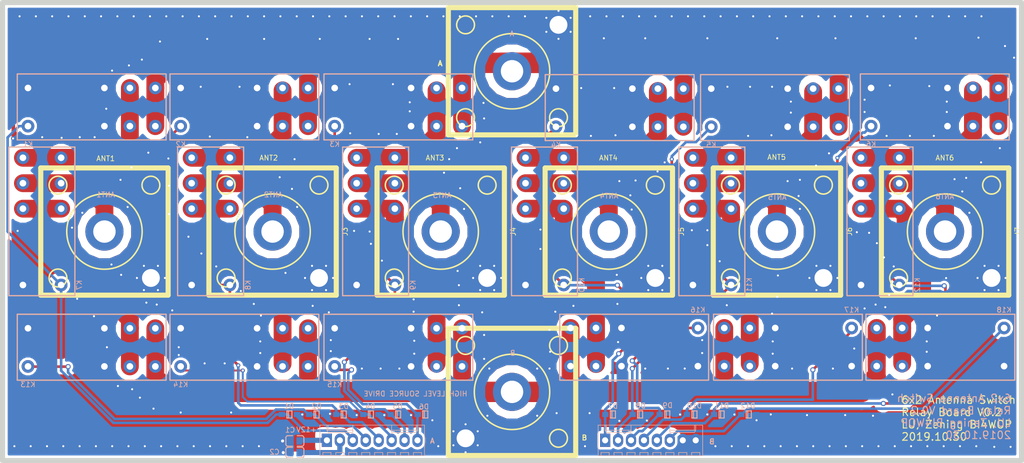
<source format=kicad_pcb>
(kicad_pcb (version 20171130) (host pcbnew "(6.0.0-rc1-dev-882-gdbc9130da)")
  (layers (0 F.Cu signal) (31 B.Cu signal) (34 B.Paste user) (35 F.Paste user) (36 B.SilkS user) (37 F.SilkS user) (38 B.Mask user) (39 F.Mask user) (44 Edge.Cuts user))
  (net 0 "")
  (net 1 +12V)
  (net 2 GND)
  (net 3 +3V3)
  (net 4 "Net-(D1-Pad2)")
  (net 5 "Net-(D2-Pad2)")
  (net 6 "Net-(D3-Pad2)")
  (net 7 "Net-(D4-Pad2)")
  (net 8 "Net-(D5-Pad2)")
  (net 9 "Net-(D6-Pad2)")
  (net 10 "Net-(D8-Pad2)")
  (net 11 "Net-(D10-Pad2)")
  (net 12 "Net-(D12-Pad2)")
  (net 13 A)
  (net 14 B)
  (net 15 /SEL1_4)
  (net 16 /SEL1_5)
  (net 17 /SEL1_6)
  (net 18 /ANT1)
  (net 19 /ANT2)
  (net 20 /ANT3)
  (net 21 /ANT4)
  (net 22 /ANT5)
  (net 23 /ANT6)
  (net 24 /ANT1_A)
  (net 25 /ANT2_A)
  (net 26 /ANT3_A)
  (net 27 /ANT4_A)
  (net 28 /ANT5_A)
  (net 29 /ANT6_A)
  (net 30 /ANT1_B)
  (net 31 /ANT2_B)
  (net 32 /ANT3_B)
  (net 33 /ANT4_B)
  (net 34 /ANT5_B)
  (net 35 /ANT6_B)
  (module lc_lib:0805_C (layer B.Cu) (at 107.3785 138.43 180)
    (fp_text reference C2 (at 4.0005 0.127 180) (layer B.SilkS) (effects (justify mirror)))
    (fp_text value 100uF)
    (pad 2 smd rect (at 0.89 0 180) (size 1.16 1.47) (layers B.Cu B.Paste B.Mask) (net 2 GND))
    (pad 1 smd rect (at -0.89 0 180) (size 1.16 1.47) (layers B.Cu B.Paste B.Mask) (net 3 +3V3))
  )
  (module lc_lib:0805_C (layer B.Cu) (at 107.3785 136.144 180)
    (fp_text reference C1 (at 0.9525 2.159 180) (layer B.SilkS) (effects (justify mirror)))
    (fp_text value 100uF)
    (pad 2 smd rect (at 0.89 0 180) (size 1.16 1.47) (layers B.Cu B.Paste B.Mask) (net 2 GND))
    (pad 1 smd rect (at -0.89 0 180) (size 1.16 1.47) (layers B.Cu B.Paste B.Mask) (net 1 +12V))
  )
  (module lc_lib:SOD-123 (layer B.Cu) (at 196.469 130.937)
    (fp_text reference D12 (at -0.1905 -1.7145) (layer B.SilkS) (effects (justify mirror)))
    (fp_text value 1n4007)
    (pad 2 smd rect (at -1.475 0 180) (size 1.25 1) (layers B.Cu B.Paste B.Mask) (net 12 "Net-(D12-Pad2)"))
    (pad 1 smd rect (at 1.475 0 180) (size 1.25 1) (layers B.Cu B.Paste B.Mask) (net 2 GND))
  )
  (module lc_lib:SOD-123 (layer B.Cu) (at 191.135 130.937)
    (fp_text reference D11 (at 0 -1.7145) (layer B.SilkS) (effects (justify mirror)))
    (fp_text value 1n4007)
    (pad 2 smd rect (at -1.475 0 180) (size 1.25 1) (layers B.Cu B.Paste B.Mask) (net 17 /SEL1_6))
    (pad 1 smd rect (at 1.475 0 180) (size 1.25 1) (layers B.Cu B.Paste B.Mask) (net 2 GND))
  )
  (module lc_lib:SOD-123 (layer B.Cu) (at 185.801 130.937)
    (fp_text reference D10 (at 0 -1.7145) (layer B.SilkS) (effects (justify mirror)))
    (fp_text value 1n4007)
    (pad 2 smd rect (at -1.475 0 180) (size 1.25 1) (layers B.Cu B.Paste B.Mask) (net 11 "Net-(D10-Pad2)"))
    (pad 1 smd rect (at 1.475 0 180) (size 1.25 1) (layers B.Cu B.Paste B.Mask) (net 2 GND))
  )
  (module lc_lib:SOD-123 (layer B.Cu) (at 180.467 130.937)
    (fp_text reference D9 (at 0.0635 -1.778) (layer B.SilkS) (effects (justify mirror)))
    (fp_text value 1n4007)
    (pad 2 smd rect (at -1.475 0 180) (size 1.25 1) (layers B.Cu B.Paste B.Mask) (net 16 /SEL1_5))
    (pad 1 smd rect (at 1.475 0 180) (size 1.25 1) (layers B.Cu B.Paste B.Mask) (net 2 GND))
  )
  (module lc_lib:SOD-123 (layer B.Cu) (at 175.133 130.937)
    (fp_text reference D8 (at 0.127 -1.7145) (layer B.SilkS) (effects (justify mirror)))
    (fp_text value 1n4007)
    (pad 2 smd rect (at -1.475 0 180) (size 1.25 1) (layers B.Cu B.Paste B.Mask) (net 10 "Net-(D8-Pad2)"))
    (pad 1 smd rect (at 1.475 0 180) (size 1.25 1) (layers B.Cu B.Paste B.Mask) (net 2 GND))
  )
  (module lc_lib:SOD-123 (layer B.Cu) (at 169.799 130.937)
    (fp_text reference D7 (at 0 -1.651) (layer B.SilkS) (effects (justify mirror)))
    (fp_text value 1n4007)
    (pad 2 smd rect (at -1.475 0 180) (size 1.25 1) (layers B.Cu B.Paste B.Mask) (net 15 /SEL1_4))
    (pad 1 smd rect (at 1.475 0 180) (size 1.25 1) (layers B.Cu B.Paste B.Mask) (net 2 GND))
  )
  (module lc_lib:SOD-123 (layer B.Cu) (at 132.969 130.937)
    (fp_text reference D6 (at -0.254 -1.524) (layer B.SilkS) (effects (justify mirror)))
    (fp_text value 1n4007)
    (pad 2 smd rect (at -1.475 0 180) (size 1.25 1) (layers B.Cu B.Paste B.Mask) (net 9 "Net-(D6-Pad2)"))
    (pad 1 smd rect (at 1.475 0 180) (size 1.25 1) (layers B.Cu B.Paste B.Mask) (net 2 GND))
  )
  (module lc_lib:SOD-123 (layer B.Cu) (at 127.635 130.937)
    (fp_text reference D5 (at -0.0635 -1.5875) (layer B.SilkS) (effects (justify mirror)))
    (fp_text value 1n4007)
    (pad 2 smd rect (at -1.475 0 180) (size 1.25 1) (layers B.Cu B.Paste B.Mask) (net 8 "Net-(D5-Pad2)"))
    (pad 1 smd rect (at 1.475 0 180) (size 1.25 1) (layers B.Cu B.Paste B.Mask) (net 2 GND))
  )
  (module lc_lib:SOD-123 (layer B.Cu) (at 122.301 130.937)
    (fp_text reference D4 (at -0.127 -1.5875) (layer B.SilkS) (effects (justify mirror)))
    (fp_text value 1n4007)
    (pad 2 smd rect (at -1.475 0 180) (size 1.25 1) (layers B.Cu B.Paste B.Mask) (net 7 "Net-(D4-Pad2)"))
    (pad 1 smd rect (at 1.475 0 180) (size 1.25 1) (layers B.Cu B.Paste B.Mask) (net 2 GND))
  )
  (module lc_lib:SOD-123 (layer B.Cu) (at 116.967 130.937)
    (fp_text reference D3 (at 0 -1.5875) (layer B.SilkS) (effects (justify mirror)))
    (fp_text value 1n4007)
    (pad 2 smd rect (at -1.475 0 180) (size 1.25 1) (layers B.Cu B.Paste B.Mask) (net 6 "Net-(D3-Pad2)"))
    (pad 1 smd rect (at 1.475 0 180) (size 1.25 1) (layers B.Cu B.Paste B.Mask) (net 2 GND))
  )
  (module lc_lib:SOD-123 (layer B.Cu) (at 111.633 130.937)
    (fp_text reference D2 (at 0 -1.5875) (layer B.SilkS) (effects (justify mirror)))
    (fp_text value 1n4007)
    (pad 2 smd rect (at -1.475 0 180) (size 1.25 1) (layers B.Cu B.Paste B.Mask) (net 5 "Net-(D2-Pad2)"))
    (pad 1 smd rect (at 1.475 0 180) (size 1.25 1) (layers B.Cu B.Paste B.Mask) (net 2 GND))
  )
  (module lc_lib:SOD-123 (layer B.Cu) (at 106.299 130.937)
    (fp_text reference D1 (at -0.0635 -1.5875 180) (layer B.SilkS) (effects (justify mirror)))
    (fp_text value 1n4007)
    (pad 2 smd rect (at -1.475 0 180) (size 1.25 1) (layers B.Cu B.Paste B.Mask) (net 4 "Net-(D1-Pad2)"))
    (pad 1 smd rect (at 1.475 0 180) (size 1.25 1) (layers B.Cu B.Paste B.Mask) (net 2 GND))
  )
  (module MyPCBLib:G2RL-1-E (layer B.Cu) (at 246.58 113.946 180)
    (fp_text reference K18 (at 0 3.556 180) (layer B.SilkS) (effects (justify mirror)))
    (fp_text value G2RL-1-E)
    (pad 5 thru_hole circle (at 25 -7.5 180) (size 2.5 2.5) (drill 1.3) (layers *.Cu *.Mask) (net 14 B))
    (pad 6 thru_hole circle (at 20 -7.5 180) (size 2.5 2.5) (drill 1.3) (layers *.Cu *.Mask) (net 35 /ANT6_B))
    (pad 7 thru_hole circle (at 15 -7.5 180) (size 2.5 2.5) (drill 1.3) (layers *.Cu *.Mask) (net 2 GND))
    (pad 4 thru_hole circle (at 25 0 180) (size 2.5 2.5) (drill 1.3) (layers *.Cu *.Mask) (net 14 B))
    (pad 3 thru_hole circle (at 20 0 180) (size 2.5 2.5) (drill 1.3) (layers *.Cu *.Mask) (net 35 /ANT6_B))
    (pad 2 thru_hole circle (at 15 0 180) (size 2.5 2.5) (drill 1.3) (layers *.Cu *.Mask) (net 2 GND))
    (pad 8 thru_hole circle (at 0 -7.5 180) (size 2.5 2.5) (drill 1.3) (layers *.Cu *.Mask) (net 2 GND))
    (pad 1 thru_hole circle (at 0 0 180) (size 2.5 2.5) (drill 1.3) (layers *.Cu *.Mask) (net 12 "Net-(D12-Pad2)"))
  )
  (module MyPCBLib:G2RL-1-E (layer B.Cu) (at 216.66 113.946 180)
    (fp_text reference K17 (at 0 3.556 180) (layer B.SilkS) (effects (justify mirror)))
    (fp_text value G2RL-1-E)
    (pad 5 thru_hole circle (at 25 -7.5 180) (size 2.5 2.5) (drill 1.3) (layers *.Cu *.Mask) (net 14 B))
    (pad 6 thru_hole circle (at 20 -7.5 180) (size 2.5 2.5) (drill 1.3) (layers *.Cu *.Mask) (net 34 /ANT5_B))
    (pad 7 thru_hole circle (at 15 -7.5 180) (size 2.5 2.5) (drill 1.3) (layers *.Cu *.Mask) (net 2 GND))
    (pad 4 thru_hole circle (at 25 0 180) (size 2.5 2.5) (drill 1.3) (layers *.Cu *.Mask) (net 14 B))
    (pad 3 thru_hole circle (at 20 0 180) (size 2.5 2.5) (drill 1.3) (layers *.Cu *.Mask) (net 34 /ANT5_B))
    (pad 2 thru_hole circle (at 15 0 180) (size 2.5 2.5) (drill 1.3) (layers *.Cu *.Mask) (net 2 GND))
    (pad 8 thru_hole circle (at 0 -7.5 180) (size 2.5 2.5) (drill 1.3) (layers *.Cu *.Mask) (net 2 GND))
    (pad 1 thru_hole circle (at 0 0 180) (size 2.5 2.5) (drill 1.3) (layers *.Cu *.Mask) (net 11 "Net-(D10-Pad2)"))
  )
  (module MyPCBLib:G2RL-1-E (layer B.Cu) (at 186.48 113.946 180)
    (fp_text reference K16 (at 0 3.556 180) (layer B.SilkS) (effects (justify mirror)))
    (fp_text value G2RL-1-E)
    (pad 5 thru_hole circle (at 25 -7.5 180) (size 2.5 2.5) (drill 1.3) (layers *.Cu *.Mask) (net 14 B))
    (pad 6 thru_hole circle (at 20 -7.5 180) (size 2.5 2.5) (drill 1.3) (layers *.Cu *.Mask) (net 33 /ANT4_B))
    (pad 7 thru_hole circle (at 15 -7.5 180) (size 2.5 2.5) (drill 1.3) (layers *.Cu *.Mask) (net 2 GND))
    (pad 4 thru_hole circle (at 25 0 180) (size 2.5 2.5) (drill 1.3) (layers *.Cu *.Mask) (net 14 B))
    (pad 3 thru_hole circle (at 20 0 180) (size 2.5 2.5) (drill 1.3) (layers *.Cu *.Mask) (net 33 /ANT4_B))
    (pad 2 thru_hole circle (at 15 0 180) (size 2.5 2.5) (drill 1.3) (layers *.Cu *.Mask) (net 2 GND))
    (pad 8 thru_hole circle (at 0 -7.5 180) (size 2.5 2.5) (drill 1.3) (layers *.Cu *.Mask) (net 2 GND))
    (pad 1 thru_hole circle (at 0 0 180) (size 2.5 2.5) (drill 1.3) (layers *.Cu *.Mask) (net 10 "Net-(D8-Pad2)"))
  )
  (module MyPCBLib:G2RL-1-E (layer B.Cu) (at 115.189 121.5)
    (fp_text reference K15 (at 0 3.556) (layer B.SilkS) (effects (justify mirror)))
    (fp_text value G2RL-1-E)
    (pad 5 thru_hole circle (at 25 -7.5) (size 2.5 2.5) (drill 1.3) (layers *.Cu *.Mask) (net 14 B))
    (pad 6 thru_hole circle (at 20 -7.5) (size 2.5 2.5) (drill 1.3) (layers *.Cu *.Mask) (net 32 /ANT3_B))
    (pad 7 thru_hole circle (at 15 -7.5) (size 2.5 2.5) (drill 1.3) (layers *.Cu *.Mask) (net 2 GND))
    (pad 4 thru_hole circle (at 25 0) (size 2.5 2.5) (drill 1.3) (layers *.Cu *.Mask) (net 14 B))
    (pad 3 thru_hole circle (at 20 0) (size 2.5 2.5) (drill 1.3) (layers *.Cu *.Mask) (net 32 /ANT3_B))
    (pad 2 thru_hole circle (at 15 0) (size 2.5 2.5) (drill 1.3) (layers *.Cu *.Mask) (net 2 GND))
    (pad 8 thru_hole circle (at 0 -7.5) (size 2.5 2.5) (drill 1.3) (layers *.Cu *.Mask) (net 2 GND))
    (pad 1 thru_hole circle (at 0 0) (size 2.5 2.5) (drill 1.3) (layers *.Cu *.Mask) (net 9 "Net-(D6-Pad2)"))
  )
  (module MyPCBLib:G2RL-1-E (layer B.Cu) (at 84.963 121.5)
    (fp_text reference K14 (at 0 3.556) (layer B.SilkS) (effects (justify mirror)))
    (fp_text value G2RL-1-E)
    (pad 5 thru_hole circle (at 25 -7.5) (size 2.5 2.5) (drill 1.3) (layers *.Cu *.Mask) (net 14 B))
    (pad 6 thru_hole circle (at 20 -7.5) (size 2.5 2.5) (drill 1.3) (layers *.Cu *.Mask) (net 31 /ANT2_B))
    (pad 7 thru_hole circle (at 15 -7.5) (size 2.5 2.5) (drill 1.3) (layers *.Cu *.Mask) (net 2 GND))
    (pad 4 thru_hole circle (at 25 0) (size 2.5 2.5) (drill 1.3) (layers *.Cu *.Mask) (net 14 B))
    (pad 3 thru_hole circle (at 20 0) (size 2.5 2.5) (drill 1.3) (layers *.Cu *.Mask) (net 31 /ANT2_B))
    (pad 2 thru_hole circle (at 15 0) (size 2.5 2.5) (drill 1.3) (layers *.Cu *.Mask) (net 2 GND))
    (pad 8 thru_hole circle (at 0 -7.5) (size 2.5 2.5) (drill 1.3) (layers *.Cu *.Mask) (net 2 GND))
    (pad 1 thru_hole circle (at 0 0) (size 2.5 2.5) (drill 1.3) (layers *.Cu *.Mask) (net 7 "Net-(D4-Pad2)"))
  )
  (module MyPCBLib:G2RL-1-E (layer B.Cu) (at 54.991 121.5)
    (fp_text reference K13 (at 0 3.556) (layer B.SilkS) (effects (justify mirror)))
    (fp_text value G2RL-1-E)
    (pad 5 thru_hole circle (at 25 -7.5) (size 2.5 2.5) (drill 1.3) (layers *.Cu *.Mask) (net 14 B))
    (pad 6 thru_hole circle (at 20 -7.5) (size 2.5 2.5) (drill 1.3) (layers *.Cu *.Mask) (net 30 /ANT1_B))
    (pad 7 thru_hole circle (at 15 -7.5) (size 2.5 2.5) (drill 1.3) (layers *.Cu *.Mask) (net 2 GND))
    (pad 4 thru_hole circle (at 25 0) (size 2.5 2.5) (drill 1.3) (layers *.Cu *.Mask) (net 14 B))
    (pad 3 thru_hole circle (at 20 0) (size 2.5 2.5) (drill 1.3) (layers *.Cu *.Mask) (net 30 /ANT1_B))
    (pad 2 thru_hole circle (at 15 0) (size 2.5 2.5) (drill 1.3) (layers *.Cu *.Mask) (net 2 GND))
    (pad 8 thru_hole circle (at 0 -7.5) (size 2.5 2.5) (drill 1.3) (layers *.Cu *.Mask) (net 2 GND))
    (pad 1 thru_hole circle (at 0 0) (size 2.5 2.5) (drill 1.3) (layers *.Cu *.Mask) (net 5 "Net-(D2-Pad2)"))
  )
  (module MyPCBLib:G2RL-1-E (layer B.Cu) (at 226 105.5 90)
    (fp_text reference K12 (at 0 3.556 90) (layer B.SilkS) (effects (justify mirror)))
    (fp_text value G2RL-1-E)
    (pad 5 thru_hole circle (at 25 -7.5 90) (size 2.5 2.5) (drill 1.3) (layers *.Cu *.Mask) (net 29 /ANT6_A))
    (pad 6 thru_hole circle (at 20 -7.5 90) (size 2.5 2.5) (drill 1.3) (layers *.Cu *.Mask) (net 23 /ANT6))
    (pad 7 thru_hole circle (at 15 -7.5 90) (size 2.5 2.5) (drill 1.3) (layers *.Cu *.Mask) (net 35 /ANT6_B))
    (pad 4 thru_hole circle (at 25 0 90) (size 2.5 2.5) (drill 1.3) (layers *.Cu *.Mask) (net 29 /ANT6_A))
    (pad 3 thru_hole circle (at 20 0 90) (size 2.5 2.5) (drill 1.3) (layers *.Cu *.Mask) (net 23 /ANT6))
    (pad 2 thru_hole circle (at 15 0 90) (size 2.5 2.5) (drill 1.3) (layers *.Cu *.Mask) (net 35 /ANT6_B))
    (pad 8 thru_hole circle (at 0 -7.5 90) (size 2.5 2.5) (drill 1.3) (layers *.Cu *.Mask) (net 2 GND))
    (pad 1 thru_hole circle (at 0 0 90) (size 2.5 2.5) (drill 1.3) (layers *.Cu *.Mask) (net 17 /SEL1_6))
  )
  (module MyPCBLib:G2RL-1-E (layer B.Cu) (at 193 105.5 90)
    (fp_text reference K11 (at 0 3.556 90) (layer B.SilkS) (effects (justify mirror)))
    (fp_text value G2RL-1-E)
    (pad 5 thru_hole circle (at 25 -7.5 90) (size 2.5 2.5) (drill 1.3) (layers *.Cu *.Mask) (net 28 /ANT5_A))
    (pad 6 thru_hole circle (at 20 -7.5 90) (size 2.5 2.5) (drill 1.3) (layers *.Cu *.Mask) (net 22 /ANT5))
    (pad 7 thru_hole circle (at 15 -7.5 90) (size 2.5 2.5) (drill 1.3) (layers *.Cu *.Mask) (net 34 /ANT5_B))
    (pad 4 thru_hole circle (at 25 0 90) (size 2.5 2.5) (drill 1.3) (layers *.Cu *.Mask) (net 28 /ANT5_A))
    (pad 3 thru_hole circle (at 20 0 90) (size 2.5 2.5) (drill 1.3) (layers *.Cu *.Mask) (net 22 /ANT5))
    (pad 2 thru_hole circle (at 15 0 90) (size 2.5 2.5) (drill 1.3) (layers *.Cu *.Mask) (net 34 /ANT5_B))
    (pad 8 thru_hole circle (at 0 -7.5 90) (size 2.5 2.5) (drill 1.3) (layers *.Cu *.Mask) (net 2 GND))
    (pad 1 thru_hole circle (at 0 0 90) (size 2.5 2.5) (drill 1.3) (layers *.Cu *.Mask) (net 16 /SEL1_5))
  )
  (module MyPCBLib:G2RL-1-E (layer B.Cu) (at 160.147 105.5 90)
    (fp_text reference K10 (at 0 3.556 90) (layer B.SilkS) (effects (justify mirror)))
    (fp_text value G2RL-1-E)
    (pad 5 thru_hole circle (at 25 -7.5 90) (size 2.5 2.5) (drill 1.3) (layers *.Cu *.Mask) (net 27 /ANT4_A))
    (pad 6 thru_hole circle (at 20 -7.5 90) (size 2.5 2.5) (drill 1.3) (layers *.Cu *.Mask) (net 21 /ANT4))
    (pad 7 thru_hole circle (at 15 -7.5 90) (size 2.5 2.5) (drill 1.3) (layers *.Cu *.Mask) (net 33 /ANT4_B))
    (pad 4 thru_hole circle (at 25 0 90) (size 2.5 2.5) (drill 1.3) (layers *.Cu *.Mask) (net 27 /ANT4_A))
    (pad 3 thru_hole circle (at 20 0 90) (size 2.5 2.5) (drill 1.3) (layers *.Cu *.Mask) (net 21 /ANT4))
    (pad 2 thru_hole circle (at 15 0 90) (size 2.5 2.5) (drill 1.3) (layers *.Cu *.Mask) (net 33 /ANT4_B))
    (pad 8 thru_hole circle (at 0 -7.5 90) (size 2.5 2.5) (drill 1.3) (layers *.Cu *.Mask) (net 2 GND))
    (pad 1 thru_hole circle (at 0 0 90) (size 2.5 2.5) (drill 1.3) (layers *.Cu *.Mask) (net 15 /SEL1_4))
  )
  (module MyPCBLib:G2RL-1-E (layer B.Cu) (at 127 105.5 90)
    (fp_text reference K9 (at 0 3.556 90) (layer B.SilkS) (effects (justify mirror)))
    (fp_text value G2RL-1-E)
    (pad 5 thru_hole circle (at 25 -7.5 90) (size 2.5 2.5) (drill 1.3) (layers *.Cu *.Mask) (net 26 /ANT3_A))
    (pad 6 thru_hole circle (at 20 -7.5 90) (size 2.5 2.5) (drill 1.3) (layers *.Cu *.Mask) (net 20 /ANT3))
    (pad 7 thru_hole circle (at 15 -7.5 90) (size 2.5 2.5) (drill 1.3) (layers *.Cu *.Mask) (net 32 /ANT3_B))
    (pad 4 thru_hole circle (at 25 0 90) (size 2.5 2.5) (drill 1.3) (layers *.Cu *.Mask) (net 26 /ANT3_A))
    (pad 3 thru_hole circle (at 20 0 90) (size 2.5 2.5) (drill 1.3) (layers *.Cu *.Mask) (net 20 /ANT3))
    (pad 2 thru_hole circle (at 15 0 90) (size 2.5 2.5) (drill 1.3) (layers *.Cu *.Mask) (net 32 /ANT3_B))
    (pad 8 thru_hole circle (at 0 -7.5 90) (size 2.5 2.5) (drill 1.3) (layers *.Cu *.Mask) (net 2 GND))
    (pad 1 thru_hole circle (at 0 0 90) (size 2.5 2.5) (drill 1.3) (layers *.Cu *.Mask) (net 8 "Net-(D5-Pad2)"))
  )
  (module MyPCBLib:G2RL-1-E (layer B.Cu) (at 94.615 105.5 90)
    (fp_text reference K8 (at 0 3.556 90) (layer B.SilkS) (effects (justify mirror)))
    (fp_text value G2RL-1-E)
    (pad 5 thru_hole circle (at 25 -7.5 90) (size 2.5 2.5) (drill 1.3) (layers *.Cu *.Mask) (net 25 /ANT2_A))
    (pad 6 thru_hole circle (at 20 -7.5 90) (size 2.5 2.5) (drill 1.3) (layers *.Cu *.Mask) (net 19 /ANT2))
    (pad 7 thru_hole circle (at 15 -7.5 90) (size 2.5 2.5) (drill 1.3) (layers *.Cu *.Mask) (net 31 /ANT2_B))
    (pad 4 thru_hole circle (at 25 0 90) (size 2.5 2.5) (drill 1.3) (layers *.Cu *.Mask) (net 25 /ANT2_A))
    (pad 3 thru_hole circle (at 20 0 90) (size 2.5 2.5) (drill 1.3) (layers *.Cu *.Mask) (net 19 /ANT2))
    (pad 2 thru_hole circle (at 15 0 90) (size 2.5 2.5) (drill 1.3) (layers *.Cu *.Mask) (net 31 /ANT2_B))
    (pad 8 thru_hole circle (at 0 -7.5 90) (size 2.5 2.5) (drill 1.3) (layers *.Cu *.Mask) (net 2 GND))
    (pad 1 thru_hole circle (at 0 0 90) (size 2.5 2.5) (drill 1.3) (layers *.Cu *.Mask) (net 6 "Net-(D3-Pad2)"))
  )
  (module MyPCBLib:G2RL-1-E (layer B.Cu) (at 61.5 105.5 90)
    (fp_text reference K7 (at 0 3.556 90) (layer B.SilkS) (effects (justify mirror)))
    (fp_text value G2RL-1-E)
    (pad 5 thru_hole circle (at 25 -7.5 90) (size 2.5 2.5) (drill 1.3) (layers *.Cu *.Mask) (net 24 /ANT1_A))
    (pad 6 thru_hole circle (at 20 -7.5 90) (size 2.5 2.5) (drill 1.3) (layers *.Cu *.Mask) (net 18 /ANT1))
    (pad 7 thru_hole circle (at 15 -7.5 90) (size 2.5 2.5) (drill 1.3) (layers *.Cu *.Mask) (net 30 /ANT1_B))
    (pad 4 thru_hole circle (at 25 0 90) (size 2.5 2.5) (drill 1.3) (layers *.Cu *.Mask) (net 24 /ANT1_A))
    (pad 3 thru_hole circle (at 20 0 90) (size 2.5 2.5) (drill 1.3) (layers *.Cu *.Mask) (net 18 /ANT1))
    (pad 2 thru_hole circle (at 15 0 90) (size 2.5 2.5) (drill 1.3) (layers *.Cu *.Mask) (net 30 /ANT1_B))
    (pad 8 thru_hole circle (at 0 -7.5 90) (size 2.5 2.5) (drill 1.3) (layers *.Cu *.Mask) (net 2 GND))
    (pad 1 thru_hole circle (at 0 0 90) (size 2.5 2.5) (drill 1.3) (layers *.Cu *.Mask) (net 4 "Net-(D1-Pad2)"))
  )
  (module MyPCBLib:G2RL-1-E (layer B.Cu) (at 220.472 74.287)
    (fp_text reference K6 (at 0 3.556) (layer B.SilkS) (effects (justify mirror)))
    (fp_text value G2RL-1-E)
    (pad 5 thru_hole circle (at 25 -7.5) (size 2.5 2.5) (drill 1.3) (layers *.Cu *.Mask) (net 13 A))
    (pad 6 thru_hole circle (at 20 -7.5) (size 2.5 2.5) (drill 1.3) (layers *.Cu *.Mask) (net 29 /ANT6_A))
    (pad 7 thru_hole circle (at 15 -7.5) (size 2.5 2.5) (drill 1.3) (layers *.Cu *.Mask) (net 2 GND))
    (pad 4 thru_hole circle (at 25 0) (size 2.5 2.5) (drill 1.3) (layers *.Cu *.Mask) (net 13 A))
    (pad 3 thru_hole circle (at 20 0) (size 2.5 2.5) (drill 1.3) (layers *.Cu *.Mask) (net 29 /ANT6_A))
    (pad 2 thru_hole circle (at 15 0) (size 2.5 2.5) (drill 1.3) (layers *.Cu *.Mask) (net 2 GND))
    (pad 8 thru_hole circle (at 0 -7.5) (size 2.5 2.5) (drill 1.3) (layers *.Cu *.Mask) (net 2 GND))
    (pad 1 thru_hole circle (at 0 0) (size 2.5 2.5) (drill 1.3) (layers *.Cu *.Mask) (net 17 /SEL1_6))
  )
  (module MyPCBLib:G2RL-1-E (layer B.Cu) (at 189.103 74.414)
    (fp_text reference K5 (at 0 3.556) (layer B.SilkS) (effects (justify mirror)))
    (fp_text value G2RL-1-E)
    (pad 5 thru_hole circle (at 25 -7.5) (size 2.5 2.5) (drill 1.3) (layers *.Cu *.Mask) (net 13 A))
    (pad 6 thru_hole circle (at 20 -7.5) (size 2.5 2.5) (drill 1.3) (layers *.Cu *.Mask) (net 28 /ANT5_A))
    (pad 7 thru_hole circle (at 15 -7.5) (size 2.5 2.5) (drill 1.3) (layers *.Cu *.Mask) (net 2 GND))
    (pad 4 thru_hole circle (at 25 0) (size 2.5 2.5) (drill 1.3) (layers *.Cu *.Mask) (net 13 A))
    (pad 3 thru_hole circle (at 20 0) (size 2.5 2.5) (drill 1.3) (layers *.Cu *.Mask) (net 28 /ANT5_A))
    (pad 2 thru_hole circle (at 15 0) (size 2.5 2.5) (drill 1.3) (layers *.Cu *.Mask) (net 2 GND))
    (pad 8 thru_hole circle (at 0 -7.5) (size 2.5 2.5) (drill 1.3) (layers *.Cu *.Mask) (net 2 GND))
    (pad 1 thru_hole circle (at 0 0) (size 2.5 2.5) (drill 1.3) (layers *.Cu *.Mask) (net 16 /SEL1_5))
  )
  (module MyPCBLib:G2RL-1-E (layer B.Cu) (at 158.623 74.414)
    (fp_text reference K4 (at 0 3.556) (layer B.SilkS) (effects (justify mirror)))
    (fp_text value G2RL-1-E)
    (pad 5 thru_hole circle (at 25 -7.5) (size 2.5 2.5) (drill 1.3) (layers *.Cu *.Mask) (net 13 A))
    (pad 6 thru_hole circle (at 20 -7.5) (size 2.5 2.5) (drill 1.3) (layers *.Cu *.Mask) (net 27 /ANT4_A))
    (pad 7 thru_hole circle (at 15 -7.5) (size 2.5 2.5) (drill 1.3) (layers *.Cu *.Mask) (net 2 GND))
    (pad 4 thru_hole circle (at 25 0) (size 2.5 2.5) (drill 1.3) (layers *.Cu *.Mask) (net 13 A))
    (pad 3 thru_hole circle (at 20 0) (size 2.5 2.5) (drill 1.3) (layers *.Cu *.Mask) (net 27 /ANT4_A))
    (pad 2 thru_hole circle (at 15 0) (size 2.5 2.5) (drill 1.3) (layers *.Cu *.Mask) (net 2 GND))
    (pad 8 thru_hole circle (at 0 -7.5) (size 2.5 2.5) (drill 1.3) (layers *.Cu *.Mask) (net 2 GND))
    (pad 1 thru_hole circle (at 0 0) (size 2.5 2.5) (drill 1.3) (layers *.Cu *.Mask) (net 15 /SEL1_4))
  )
  (module MyPCBLib:G2RL-1-E (layer B.Cu) (at 115.189 74.287)
    (fp_text reference K3 (at 0 3.556) (layer B.SilkS) (effects (justify mirror)))
    (fp_text value G2RL-1-E)
    (pad 5 thru_hole circle (at 25 -7.5) (size 2.5 2.5) (drill 1.3) (layers *.Cu *.Mask) (net 13 A))
    (pad 6 thru_hole circle (at 20 -7.5) (size 2.5 2.5) (drill 1.3) (layers *.Cu *.Mask) (net 26 /ANT3_A))
    (pad 7 thru_hole circle (at 15 -7.5) (size 2.5 2.5) (drill 1.3) (layers *.Cu *.Mask) (net 2 GND))
    (pad 4 thru_hole circle (at 25 0) (size 2.5 2.5) (drill 1.3) (layers *.Cu *.Mask) (net 13 A))
    (pad 3 thru_hole circle (at 20 0) (size 2.5 2.5) (drill 1.3) (layers *.Cu *.Mask) (net 26 /ANT3_A))
    (pad 2 thru_hole circle (at 15 0) (size 2.5 2.5) (drill 1.3) (layers *.Cu *.Mask) (net 2 GND))
    (pad 8 thru_hole circle (at 0 -7.5) (size 2.5 2.5) (drill 1.3) (layers *.Cu *.Mask) (net 2 GND))
    (pad 1 thru_hole circle (at 0 0) (size 2.5 2.5) (drill 1.3) (layers *.Cu *.Mask) (net 8 "Net-(D5-Pad2)"))
  )
  (module MyPCBLib:G2RL-1-E (layer B.Cu) (at 84.963 74.287)
    (fp_text reference K2 (at 0 3.556) (layer B.SilkS) (effects (justify mirror)))
    (fp_text value G2RL-1-E)
    (pad 5 thru_hole circle (at 25 -7.5) (size 2.5 2.5) (drill 1.3) (layers *.Cu *.Mask) (net 13 A))
    (pad 6 thru_hole circle (at 20 -7.5) (size 2.5 2.5) (drill 1.3) (layers *.Cu *.Mask) (net 25 /ANT2_A))
    (pad 7 thru_hole circle (at 15 -7.5) (size 2.5 2.5) (drill 1.3) (layers *.Cu *.Mask) (net 2 GND))
    (pad 4 thru_hole circle (at 25 0) (size 2.5 2.5) (drill 1.3) (layers *.Cu *.Mask) (net 13 A))
    (pad 3 thru_hole circle (at 20 0) (size 2.5 2.5) (drill 1.3) (layers *.Cu *.Mask) (net 25 /ANT2_A))
    (pad 2 thru_hole circle (at 15 0) (size 2.5 2.5) (drill 1.3) (layers *.Cu *.Mask) (net 2 GND))
    (pad 8 thru_hole circle (at 0 -7.5) (size 2.5 2.5) (drill 1.3) (layers *.Cu *.Mask) (net 2 GND))
    (pad 1 thru_hole circle (at 0 0) (size 2.5 2.5) (drill 1.3) (layers *.Cu *.Mask) (net 6 "Net-(D3-Pad2)"))
  )
  (module MyPCBLib:G2RL-1-E (layer B.Cu) (at 54.991 74.287)
    (fp_text reference K1 (at 0 3.556) (layer B.SilkS) (effects (justify mirror)))
    (fp_text value G2RL-1-E)
    (pad 5 thru_hole circle (at 25 -7.5) (size 2.5 2.5) (drill 1.3) (layers *.Cu *.Mask) (net 13 A))
    (pad 6 thru_hole circle (at 20 -7.5) (size 2.5 2.5) (drill 1.3) (layers *.Cu *.Mask) (net 24 /ANT1_A))
    (pad 7 thru_hole circle (at 15 -7.5) (size 2.5 2.5) (drill 1.3) (layers *.Cu *.Mask) (net 2 GND))
    (pad 4 thru_hole circle (at 25 0) (size 2.5 2.5) (drill 1.3) (layers *.Cu *.Mask) (net 13 A))
    (pad 3 thru_hole circle (at 20 0) (size 2.5 2.5) (drill 1.3) (layers *.Cu *.Mask) (net 24 /ANT1_A))
    (pad 2 thru_hole circle (at 15 0) (size 2.5 2.5) (drill 1.3) (layers *.Cu *.Mask) (net 2 GND))
    (pad 8 thru_hole circle (at 0 -7.5) (size 2.5 2.5) (drill 1.3) (layers *.Cu *.Mask) (net 2 GND))
    (pad 1 thru_hole circle (at 0 0) (size 2.5 2.5) (drill 1.3) (layers *.Cu *.Mask) (net 4 "Net-(D1-Pad2)"))
  )
  (module Connectors_Molex:Molex_KK-6410-08_08x2.54mm_Straight (layer B.Cu) (at 168.275 136.017)
    (fp_text reference J10 hide)
    (fp_text value Conn_01x08)
    (pad 1 thru_hole rect (at 0 0) (size 2 2.6) (drill 1.2) (layers *.Cu *.Mask) (net 15 /SEL1_4))
    (pad 2 thru_hole oval (at 2.54 0) (size 2 2.6) (drill 1.2) (layers *.Cu *.Mask) (net 10 "Net-(D8-Pad2)"))
    (pad 3 thru_hole oval (at 5.08 0) (size 2 2.6) (drill 1.2) (layers *.Cu *.Mask) (net 16 /SEL1_5))
    (pad 4 thru_hole oval (at 7.62 0) (size 2 2.6) (drill 1.2) (layers *.Cu *.Mask) (net 11 "Net-(D10-Pad2)"))
    (pad 5 thru_hole oval (at 10.16 0) (size 2 2.6) (drill 1.2) (layers *.Cu *.Mask) (net 17 /SEL1_6))
    (pad 6 thru_hole oval (at 12.7 0) (size 2 2.6) (drill 1.2) (layers *.Cu *.Mask) (net 12 "Net-(D12-Pad2)"))
    (pad 7 thru_hole oval (at 15.24 0) (size 2 2.6) (drill 1.2) (layers *.Cu *.Mask) (net 2 GND))
    (pad 8 thru_hole oval (at 17.78 0) (size 2 2.6) (drill 1.2) (layers *.Cu *.Mask) (net 2 GND))
  )
  (module Connectors_Molex:Molex_KK-6410-08_08x2.54mm_Straight (layer B.Cu) (at 113.665 136.017)
    (fp_text reference J9 hide)
    (fp_text value Conn_01x08)
    (pad 1 thru_hole rect (at 0 0) (size 2 2.6) (drill 1.2) (layers *.Cu *.Mask) (net 1 +12V))
    (pad 2 thru_hole oval (at 2.54 0) (size 2 2.6) (drill 1.2) (layers *.Cu *.Mask) (net 3 +3V3))
    (pad 3 thru_hole oval (at 5.08 0) (size 2 2.6) (drill 1.2) (layers *.Cu *.Mask) (net 4 "Net-(D1-Pad2)"))
    (pad 4 thru_hole oval (at 7.62 0) (size 2 2.6) (drill 1.2) (layers *.Cu *.Mask) (net 5 "Net-(D2-Pad2)"))
    (pad 5 thru_hole oval (at 10.16 0) (size 2 2.6) (drill 1.2) (layers *.Cu *.Mask) (net 6 "Net-(D3-Pad2)"))
    (pad 6 thru_hole oval (at 12.7 0) (size 2 2.6) (drill 1.2) (layers *.Cu *.Mask) (net 7 "Net-(D4-Pad2)"))
    (pad 7 thru_hole oval (at 15.24 0) (size 2 2.6) (drill 1.2) (layers *.Cu *.Mask) (net 8 "Net-(D5-Pad2)"))
    (pad 8 thru_hole oval (at 17.78 0) (size 2 2.6) (drill 1.2) (layers *.Cu *.Mask) (net 9 "Net-(D6-Pad2)"))
  )
  (module MyPCBLib:SL16_Screw_PCB (layer F.Cu) (at 150 126.5 180)
    (fp_text reference J8 hide)
    (fp_text value Conn_Coaxial)
    (pad 2 thru_hole circle (at 11.50157 -10.495 120) (size 0.8 0.8) (drill 0.4) (layers *.Cu *.Mask) (net 2 GND))
    (pad 2 thru_hole circle (at 11.50157 -7.745 60) (size 0.8 0.8) (drill 0.4) (layers *.Cu *.Mask) (net 2 GND))
    (pad 2 thru_hole circle (at 9.12 -6.37) (size 0.8 0.8) (drill 0.4) (layers *.Cu *.Mask) (net 2 GND))
    (pad 2 thru_hole circle (at 6.73843 -7.745 300) (size 0.8 0.8) (drill 0.4) (layers *.Cu *.Mask) (net 2 GND))
    (pad 2 thru_hole circle (at 6.73843 -10.495 240) (size 0.8 0.8) (drill 0.4) (layers *.Cu *.Mask) (net 2 GND))
    (pad 2 thru_hole circle (at 9.12 -11.87 180) (size 0.8 0.8) (drill 0.4) (layers *.Cu *.Mask) (net 2 GND))
    (pad 2 thru_hole circle (at 9.12 -9.12 180) (size 7.5 7.5) (drill 3.5) (layers *.Cu *.Mask) (net 2 GND))
    (pad 1 thru_hole circle (at 0 0 180) (size 7.5 7.5) (drill 4.4) (layers *.Cu *.Mask) (net 14 B))
  )
  (module MyPCBLib:SL16_Screw_PCB (layer F.Cu) (at 235 95 270)
    (fp_text reference J7 (at 0 -14.224 270) (layer F.SilkS))
    (fp_text value Conn_Coaxial)
    (pad 2 thru_hole circle (at 11.50157 -10.495 210) (size 0.8 0.8) (drill 0.4) (layers *.Cu *.Mask) (net 2 GND))
    (pad 2 thru_hole circle (at 11.50157 -7.745 150) (size 0.8 0.8) (drill 0.4) (layers *.Cu *.Mask) (net 2 GND))
    (pad 2 thru_hole circle (at 9.12 -6.37 90) (size 0.8 0.8) (drill 0.4) (layers *.Cu *.Mask) (net 2 GND))
    (pad 2 thru_hole circle (at 6.73843 -7.745 30) (size 0.8 0.8) (drill 0.4) (layers *.Cu *.Mask) (net 2 GND))
    (pad 2 thru_hole circle (at 6.73843 -10.495 330) (size 0.8 0.8) (drill 0.4) (layers *.Cu *.Mask) (net 2 GND))
    (pad 2 thru_hole circle (at 9.12 -11.87 270) (size 0.8 0.8) (drill 0.4) (layers *.Cu *.Mask) (net 2 GND))
    (pad 2 thru_hole circle (at 9.12 -9.12 270) (size 7.5 7.5) (drill 3.5) (layers *.Cu *.Mask) (net 2 GND))
    (pad 1 thru_hole circle (at 0 0 270) (size 7.5 7.5) (drill 4.4) (layers *.Cu *.Mask) (net 23 /ANT6))
  )
  (module MyPCBLib:SL16_Screw_PCB (layer F.Cu) (at 202 95 270)
    (fp_text reference J6 (at 0 -14.224 270) (layer F.SilkS))
    (fp_text value Conn_Coaxial)
    (pad 2 thru_hole circle (at 11.50157 -10.495 210) (size 0.8 0.8) (drill 0.4) (layers *.Cu *.Mask) (net 2 GND))
    (pad 2 thru_hole circle (at 11.50157 -7.745 150) (size 0.8 0.8) (drill 0.4) (layers *.Cu *.Mask) (net 2 GND))
    (pad 2 thru_hole circle (at 9.12 -6.37 90) (size 0.8 0.8) (drill 0.4) (layers *.Cu *.Mask) (net 2 GND))
    (pad 2 thru_hole circle (at 6.73843 -7.745 30) (size 0.8 0.8) (drill 0.4) (layers *.Cu *.Mask) (net 2 GND))
    (pad 2 thru_hole circle (at 6.73843 -10.495 330) (size 0.8 0.8) (drill 0.4) (layers *.Cu *.Mask) (net 2 GND))
    (pad 2 thru_hole circle (at 9.12 -11.87 270) (size 0.8 0.8) (drill 0.4) (layers *.Cu *.Mask) (net 2 GND))
    (pad 2 thru_hole circle (at 9.12 -9.12 270) (size 7.5 7.5) (drill 3.5) (layers *.Cu *.Mask) (net 2 GND))
    (pad 1 thru_hole circle (at 0 0 270) (size 7.5 7.5) (drill 4.4) (layers *.Cu *.Mask) (net 22 /ANT5))
  )
  (module MyPCBLib:SL16_Screw_PCB (layer F.Cu) (at 169 95 270)
    (fp_text reference J5 (at 0 -14.224 270) (layer F.SilkS))
    (fp_text value Conn_Coaxial)
    (pad 2 thru_hole circle (at 11.50157 -10.495 210) (size 0.8 0.8) (drill 0.4) (layers *.Cu *.Mask) (net 2 GND))
    (pad 2 thru_hole circle (at 11.50157 -7.745 150) (size 0.8 0.8) (drill 0.4) (layers *.Cu *.Mask) (net 2 GND))
    (pad 2 thru_hole circle (at 9.12 -6.37 90) (size 0.8 0.8) (drill 0.4) (layers *.Cu *.Mask) (net 2 GND))
    (pad 2 thru_hole circle (at 6.73843 -7.745 30) (size 0.8 0.8) (drill 0.4) (layers *.Cu *.Mask) (net 2 GND))
    (pad 2 thru_hole circle (at 6.73843 -10.495 330) (size 0.8 0.8) (drill 0.4) (layers *.Cu *.Mask) (net 2 GND))
    (pad 2 thru_hole circle (at 9.12 -11.87 270) (size 0.8 0.8) (drill 0.4) (layers *.Cu *.Mask) (net 2 GND))
    (pad 2 thru_hole circle (at 9.12 -9.12 270) (size 7.5 7.5) (drill 3.5) (layers *.Cu *.Mask) (net 2 GND))
    (pad 1 thru_hole circle (at 0 0 270) (size 7.5 7.5) (drill 4.4) (layers *.Cu *.Mask) (net 21 /ANT4))
  )
  (module MyPCBLib:SL16_Screw_PCB (layer F.Cu) (at 136 95 270)
    (fp_text reference J4 (at 0 -14.224 270) (layer F.SilkS))
    (fp_text value Conn_Coaxial)
    (pad 2 thru_hole circle (at 11.50157 -10.495 210) (size 0.8 0.8) (drill 0.4) (layers *.Cu *.Mask) (net 2 GND))
    (pad 2 thru_hole circle (at 11.50157 -7.745 150) (size 0.8 0.8) (drill 0.4) (layers *.Cu *.Mask) (net 2 GND))
    (pad 2 thru_hole circle (at 9.12 -6.37 90) (size 0.8 0.8) (drill 0.4) (layers *.Cu *.Mask) (net 2 GND))
    (pad 2 thru_hole circle (at 6.73843 -7.745 30) (size 0.8 0.8) (drill 0.4) (layers *.Cu *.Mask) (net 2 GND))
    (pad 2 thru_hole circle (at 6.73843 -10.495 330) (size 0.8 0.8) (drill 0.4) (layers *.Cu *.Mask) (net 2 GND))
    (pad 2 thru_hole circle (at 9.12 -11.87 270) (size 0.8 0.8) (drill 0.4) (layers *.Cu *.Mask) (net 2 GND))
    (pad 2 thru_hole circle (at 9.12 -9.12 270) (size 7.5 7.5) (drill 3.5) (layers *.Cu *.Mask) (net 2 GND))
    (pad 1 thru_hole circle (at 0 0 270) (size 7.5 7.5) (drill 4.4) (layers *.Cu *.Mask) (net 20 /ANT3))
  )
  (module MyPCBLib:SL16_Screw_PCB (layer F.Cu) (at 103 95 270)
    (fp_text reference J3 (at 0 -14.224 270) (layer F.SilkS))
    (fp_text value Conn_Coaxial)
    (pad 2 thru_hole circle (at 11.50157 -10.495 210) (size 0.8 0.8) (drill 0.4) (layers *.Cu *.Mask) (net 2 GND))
    (pad 2 thru_hole circle (at 11.50157 -7.745 150) (size 0.8 0.8) (drill 0.4) (layers *.Cu *.Mask) (net 2 GND))
    (pad 2 thru_hole circle (at 9.12 -6.37 90) (size 0.8 0.8) (drill 0.4) (layers *.Cu *.Mask) (net 2 GND))
    (pad 2 thru_hole circle (at 6.73843 -7.745 30) (size 0.8 0.8) (drill 0.4) (layers *.Cu *.Mask) (net 2 GND))
    (pad 2 thru_hole circle (at 6.73843 -10.495 330) (size 0.8 0.8) (drill 0.4) (layers *.Cu *.Mask) (net 2 GND))
    (pad 2 thru_hole circle (at 9.12 -11.87 270) (size 0.8 0.8) (drill 0.4) (layers *.Cu *.Mask) (net 2 GND))
    (pad 2 thru_hole circle (at 9.12 -9.12 270) (size 7.5 7.5) (drill 3.5) (layers *.Cu *.Mask) (net 2 GND))
    (pad 1 thru_hole circle (at 0 0 270) (size 7.5 7.5) (drill 4.4) (layers *.Cu *.Mask) (net 19 /ANT2))
  )
  (module MyPCBLib:SL16_Screw_PCB (layer F.Cu) (at 70 95 270)
    (fp_text reference J2 hide)
    (fp_text value Conn_Coaxial)
    (pad 2 thru_hole circle (at 11.50157 -10.495 210) (size 0.8 0.8) (drill 0.4) (layers *.Cu *.Mask) (net 2 GND))
    (pad 2 thru_hole circle (at 11.50157 -7.745 150) (size 0.8 0.8) (drill 0.4) (layers *.Cu *.Mask) (net 2 GND))
    (pad 2 thru_hole circle (at 9.12 -6.37 90) (size 0.8 0.8) (drill 0.4) (layers *.Cu *.Mask) (net 2 GND))
    (pad 2 thru_hole circle (at 6.73843 -7.745 30) (size 0.8 0.8) (drill 0.4) (layers *.Cu *.Mask) (net 2 GND))
    (pad 2 thru_hole circle (at 6.73843 -10.495 330) (size 0.8 0.8) (drill 0.4) (layers *.Cu *.Mask) (net 2 GND))
    (pad 2 thru_hole circle (at 9.12 -11.87 270) (size 0.8 0.8) (drill 0.4) (layers *.Cu *.Mask) (net 2 GND))
    (pad 2 thru_hole circle (at 9.12 -9.12 270) (size 7.5 7.5) (drill 3.5) (layers *.Cu *.Mask) (net 2 GND))
    (pad 1 thru_hole circle (at 0 0 270) (size 7.5 7.5) (drill 4.4) (layers *.Cu *.Mask) (net 18 /ANT1))
  )
  (module MyPCBLib:SL16_Screw_PCB (layer F.Cu) (at 150 63.5)
    (fp_text reference J1 hide)
    (fp_text value Conn_Coaxial)
    (pad 2 thru_hole circle (at 11.50157 -10.495 300) (size 0.8 0.8) (drill 0.4) (layers *.Cu *.Mask) (net 2 GND))
    (pad 2 thru_hole circle (at 11.50157 -7.745 240) (size 0.8 0.8) (drill 0.4) (layers *.Cu *.Mask) (net 2 GND))
    (pad 2 thru_hole circle (at 9.12 -6.37 180) (size 0.8 0.8) (drill 0.4) (layers *.Cu *.Mask) (net 2 GND))
    (pad 2 thru_hole circle (at 6.73843 -7.745 120) (size 0.8 0.8) (drill 0.4) (layers *.Cu *.Mask) (net 2 GND))
    (pad 2 thru_hole circle (at 6.73843 -10.495 60) (size 0.8 0.8) (drill 0.4) (layers *.Cu *.Mask) (net 2 GND))
    (pad 2 thru_hole circle (at 9.12 -11.87) (size 0.8 0.8) (drill 0.4) (layers *.Cu *.Mask) (net 2 GND))
    (pad 2 thru_hole circle (at 9.12 -9.12) (size 7.5 7.5) (drill 3.5) (layers *.Cu *.Mask) (net 2 GND))
    (pad 1 thru_hole circle (at 0 0) (size 7.5 7.5) (drill 4.4) (layers *.Cu *.Mask) (net 13 A))
  )
  (gr_text "6x2 Antenna Switch\nRelay Board V0.2\nLU, Zening BI4WOP\n2019.10.30" (at 226.314 131.699) (layer F.SilkS) (effects (font (size 1.5 1.5) (thickness 0.2)) (justify left)))
  (gr_text "6x2 Antenna Switch\nRelay Board V0.2\nLU, Zening BI4WOP\n2019.10.30" (at 248.0945 131.3815) (layer B.SilkS) (effects (font (size 1.5 1.5) (thickness 0.2)) (justify left mirror)))
  (gr_line (start 50 140) (end 250 140) (layer Edge.Cuts) (width 1))
  (gr_text +12V (at 109.6645 133.9215) (layer B.SilkS) (effects (font (size 1 1)) (justify mirror)))
  (gr_text "HIGH LEVEL SOURCE DRIVE" (at 131.064 126.873) (layer B.SilkS) (effects (font (size 1 1)) (justify mirror)))
  (gr_text B (at 189.23 136.271) (layer B.SilkS) (effects (font (size 1 1) (thickness 0.2)) (justify mirror)))
  (gr_text A (at 134.366 136.144) (layer B.SilkS) (effects (font (size 1 1) (thickness 0.2)) (justify mirror)))
  (gr_text B (at 150.114 118.872) (layer B.SilkS) (effects (font (size 1 1)) (justify mirror)))
  (gr_text A (at 149.987 56.134) (layer B.SilkS) (effects (font (size 1 1)) (justify mirror)))
  (gr_text ANT6 (at 234.95 88.138) (layer B.SilkS) (effects (font (size 1 1)) (justify mirror)))
  (gr_text ANT5 (at 202.057 88.265) (layer B.SilkS) (effects (font (size 1 1)) (justify mirror)))
  (gr_text ANT4 (at 169.037 88.011) (layer B.SilkS) (effects (font (size 1 1)) (justify mirror)))
  (gr_text ANT3 (at 136.271 87.884) (layer B.SilkS) (effects (font (size 1 1)) (justify mirror)))
  (gr_text ANT2 (at 103.124 87.757) (layer B.SilkS) (effects (font (size 1 1)) (justify mirror)))
  (gr_text ANT1 (at 70.231 87.757) (layer B.SilkS) (effects (font (size 1 1)) (justify mirror)))
  (gr_text ANT6 (at 234.95 80.518) (layer F.SilkS) (effects (font (size 1 1))))
  (gr_text ANT5 (at 201.93 80.391) (layer F.SilkS) (effects (font (size 1 1))))
  (gr_text ANT4 (at 168.91 80.518) (layer F.SilkS) (effects (font (size 1 1))))
  (gr_text ANT3 (at 134.874 80.518) (layer F.SilkS) (effects (font (size 1 1))))
  (gr_text ANT2 (at 102.235 80.518) (layer F.SilkS) (effects (font (size 1 1))))
  (gr_text ANT1 (at 70.231 80.645) (layer F.SilkS) (effects (font (size 1 1))))
  (gr_text B (at 164.211 135.509) (layer F.SilkS) (effects (font (size 1 1) (thickness 0.2))))
  (gr_text A (at 135.89 61.976) (layer F.SilkS) (effects (font (size 1 1) (thickness 0.25))))
  (gr_line (start 50 50) (end 50 140) (layer Edge.Cuts) (width 1))
  (gr_line (start 50 50) (end 250 50) (layer Edge.Cuts) (width 1))
  (gr_line (start 250 50) (end 250 140) (layer Edge.Cuts) (width 1))
  (segment (start 113.538 136.144) (end 113.665 136.017) (width 0.508) (layer B.Cu) (net 1))
  (segment (start 108.2685 136.144) (end 113.538 136.144) (width 0.508) (layer B.Cu) (net 1))
  (segment (start 108.3955 136.017) (end 108.2685 136.144) (width 1.016) (layer B.Cu) (net 1))
  (segment (start 113.665 136.017) (end 108.3955 136.017) (width 1.016) (layer B.Cu) (net 1))
  (via (at 244.655 137.303) (size 0.8) (drill 0.4) (layers F.Cu B.Cu) (net 2))
  (via (at 247.855 137.303) (size 0.8) (drill 0.4) (layers F.Cu B.Cu) (net 2))
  (via (at 52.324 137.176) (size 0.8) (drill 0.4) (layers F.Cu B.Cu) (net 2))
  (segment (start 106.4885 136.144) (end 105.4005 136.144) (width 0.508) (layer B.Cu) (net 2))
  (via (at 104.9655 136.144) (size 1) (drill 0.6) (layers F.Cu B.Cu) (net 2))
  (segment (start 105.4005 136.144) (end 104.9655 136.144) (width 0.508) (layer B.Cu) (net 2))
  (via (at 105.0925 138.43) (size 1) (drill 0.6) (layers F.Cu B.Cu) (net 2))
  (segment (start 106.4885 138.43) (end 105.0925 138.43) (width 0.508) (layer B.Cu) (net 2))
  (via (at 171.059868 132.197868) (size 0.8) (drill 0.4) (layers F.Cu B.Cu) (net 2))
  (segment (start 171.274 130.937) (end 171.274 131.983736) (width 0.508) (layer B.Cu) (net 2))
  (segment (start 171.274 131.983736) (end 171.059868 132.197868) (width 0.508) (layer B.Cu) (net 2))
  (via (at 176.457368 132.134368) (size 0.8) (drill 0.4) (layers F.Cu B.Cu) (net 2))
  (segment (start 176.608 130.937) (end 176.608 131.983736) (width 0.508) (layer B.Cu) (net 2))
  (segment (start 176.608 131.983736) (end 176.457368 132.134368) (width 0.508) (layer B.Cu) (net 2))
  (via (at 182.979767 130.945969) (size 0.8) (drill 0.4) (layers F.Cu B.Cu) (net 2))
  (segment (start 181.942 130.937) (end 182.970798 130.937) (width 0.508) (layer B.Cu) (net 2))
  (segment (start 182.970798 130.937) (end 182.979767 130.945969) (width 0.508) (layer B.Cu) (net 2))
  (via (at 188.331868 130.927868) (size 0.8) (drill 0.4) (layers F.Cu B.Cu) (net 2))
  (segment (start 187.276 130.937) (end 188.322736 130.937) (width 0.508) (layer B.Cu) (net 2))
  (segment (start 188.322736 130.937) (end 188.331868 130.927868) (width 0.508) (layer B.Cu) (net 2))
  (via (at 193.647767 130.945969) (size 0.8) (drill 0.4) (layers F.Cu B.Cu) (net 2))
  (segment (start 192.61 130.937) (end 193.638798 130.937) (width 0.508) (layer B.Cu) (net 2))
  (segment (start 193.638798 130.937) (end 193.647767 130.945969) (width 0.508) (layer B.Cu) (net 2))
  (via (at 197.993 132.08) (size 0.8) (drill 0.4) (layers F.Cu B.Cu) (net 2))
  (segment (start 197.944 130.937) (end 197.944 132.031) (width 0.508) (layer B.Cu) (net 2))
  (segment (start 197.944 132.031) (end 197.993 132.08) (width 0.508) (layer B.Cu) (net 2))
  (via (at 134.366 132.08) (size 0.8) (drill 0.4) (layers F.Cu B.Cu) (net 2))
  (segment (start 134.444 130.937) (end 134.444 132.002) (width 0.508) (layer B.Cu) (net 2))
  (segment (start 134.444 132.002) (end 134.366 132.08) (width 0.508) (layer B.Cu) (net 2))
  (via (at 130.175 131.064) (size 0.8) (drill 0.4) (layers F.Cu B.Cu) (net 2))
  (segment (start 129.11 130.937) (end 130.048 130.937) (width 0.508) (layer B.Cu) (net 2))
  (segment (start 130.048 130.937) (end 130.175 131.064) (width 0.508) (layer B.Cu) (net 2))
  (via (at 124.931798 131.064) (size 0.8) (drill 0.4) (layers F.Cu B.Cu) (net 2))
  (segment (start 123.776 130.937) (end 124.804798 130.937) (width 0.508) (layer B.Cu) (net 2))
  (segment (start 124.804798 130.937) (end 124.931798 131.064) (width 0.508) (layer B.Cu) (net 2))
  (via (at 119.507 131.064) (size 0.8) (drill 0.4) (layers F.Cu B.Cu) (net 2))
  (segment (start 118.442 130.937) (end 119.38 130.937) (width 0.508) (layer B.Cu) (net 2))
  (segment (start 119.38 130.937) (end 119.507 131.064) (width 0.508) (layer B.Cu) (net 2))
  (via (at 114.263798 130.81) (size 0.8) (drill 0.4) (layers F.Cu B.Cu) (net 2))
  (segment (start 113.108 130.937) (end 114.136798 130.937) (width 0.508) (layer B.Cu) (net 2))
  (segment (start 114.136798 130.937) (end 114.263798 130.81) (width 0.508) (layer B.Cu) (net 2))
  (via (at 108.829868 130.946132) (size 0.8) (drill 0.4) (layers F.Cu B.Cu) (net 2))
  (segment (start 107.774 130.937) (end 108.820736 130.937) (width 0.508) (layer B.Cu) (net 2))
  (segment (start 108.820736 130.937) (end 108.829868 130.946132) (width 0.508) (layer B.Cu) (net 2))
  (via (at 53.34 52.705) (size 0.8) (drill 0.4) (layers F.Cu B.Cu) (net 2))
  (via (at 56.54 52.705) (size 0.8) (drill 0.4) (layers F.Cu B.Cu) (net 2))
  (via (at 59.74 52.705) (size 0.8) (drill 0.4) (layers F.Cu B.Cu) (net 2))
  (via (at 62.94 52.705) (size 0.8) (drill 0.4) (layers F.Cu B.Cu) (net 2))
  (via (at 66.14 52.705) (size 0.8) (drill 0.4) (layers F.Cu B.Cu) (net 2))
  (via (at 69.34 52.705) (size 0.8) (drill 0.4) (layers F.Cu B.Cu) (net 2))
  (via (at 72.54 52.705) (size 0.8) (drill 0.4) (layers F.Cu B.Cu) (net 2))
  (via (at 75.74 52.705) (size 0.8) (drill 0.4) (layers F.Cu B.Cu) (net 2))
  (via (at 78.94 52.705) (size 0.8) (drill 0.4) (layers F.Cu B.Cu) (net 2))
  (via (at 82.14 52.705) (size 0.8) (drill 0.4) (layers F.Cu B.Cu) (net 2))
  (via (at 85.34 52.705) (size 0.8) (drill 0.4) (layers F.Cu B.Cu) (net 2))
  (via (at 88.54 52.705) (size 0.8) (drill 0.4) (layers F.Cu B.Cu) (net 2))
  (via (at 91.74 52.705) (size 0.8) (drill 0.4) (layers F.Cu B.Cu) (net 2))
  (via (at 94.94 52.705) (size 0.8) (drill 0.4) (layers F.Cu B.Cu) (net 2))
  (via (at 98.14 52.705) (size 0.8) (drill 0.4) (layers F.Cu B.Cu) (net 2))
  (via (at 101.34 52.705) (size 0.8) (drill 0.4) (layers F.Cu B.Cu) (net 2))
  (via (at 104.54 52.705) (size 0.8) (drill 0.4) (layers F.Cu B.Cu) (net 2))
  (via (at 107.74 52.705) (size 0.8) (drill 0.4) (layers F.Cu B.Cu) (net 2))
  (via (at 110.94 52.705) (size 0.8) (drill 0.4) (layers F.Cu B.Cu) (net 2))
  (via (at 114.14 52.705) (size 0.8) (drill 0.4) (layers F.Cu B.Cu) (net 2))
  (via (at 117.34 52.705) (size 0.8) (drill 0.4) (layers F.Cu B.Cu) (net 2))
  (via (at 120.54 52.705) (size 0.8) (drill 0.4) (layers F.Cu B.Cu) (net 2))
  (via (at 123.74 52.705) (size 0.8) (drill 0.4) (layers F.Cu B.Cu) (net 2))
  (via (at 126.94 52.705) (size 0.8) (drill 0.4) (layers F.Cu B.Cu) (net 2))
  (via (at 130.14 52.705) (size 0.8) (drill 0.4) (layers F.Cu B.Cu) (net 2))
  (via (at 133.34 52.705) (size 0.8) (drill 0.4) (layers F.Cu B.Cu) (net 2))
  (via (at 136.54 52.705) (size 0.8) (drill 0.4) (layers F.Cu B.Cu) (net 2))
  (via (at 139.74 52.705) (size 0.8) (drill 0.4) (layers F.Cu B.Cu) (net 2))
  (via (at 142.94 52.705) (size 0.8) (drill 0.4) (layers F.Cu B.Cu) (net 2))
  (via (at 146.14 52.705) (size 0.8) (drill 0.4) (layers F.Cu B.Cu) (net 2))
  (via (at 149.34 52.705) (size 0.8) (drill 0.4) (layers F.Cu B.Cu) (net 2))
  (via (at 152.54 52.705) (size 0.8) (drill 0.4) (layers F.Cu B.Cu) (net 2))
  (via (at 165.34 52.705) (size 0.8) (drill 0.4) (layers F.Cu B.Cu) (net 2))
  (via (at 168.54 52.705) (size 0.8) (drill 0.4) (layers F.Cu B.Cu) (net 2))
  (via (at 171.74 52.705) (size 0.8) (drill 0.4) (layers F.Cu B.Cu) (net 2))
  (via (at 174.94 52.705) (size 0.8) (drill 0.4) (layers F.Cu B.Cu) (net 2))
  (via (at 178.14 52.705) (size 0.8) (drill 0.4) (layers F.Cu B.Cu) (net 2))
  (via (at 181.34 52.705) (size 0.8) (drill 0.4) (layers F.Cu B.Cu) (net 2))
  (via (at 184.54 52.705) (size 0.8) (drill 0.4) (layers F.Cu B.Cu) (net 2))
  (via (at 187.74 52.705) (size 0.8) (drill 0.4) (layers F.Cu B.Cu) (net 2))
  (via (at 190.94 52.705) (size 0.8) (drill 0.4) (layers F.Cu B.Cu) (net 2))
  (via (at 194.14 52.705) (size 0.8) (drill 0.4) (layers F.Cu B.Cu) (net 2))
  (via (at 197.34 52.705) (size 0.8) (drill 0.4) (layers F.Cu B.Cu) (net 2))
  (via (at 200.54 52.705) (size 0.8) (drill 0.4) (layers F.Cu B.Cu) (net 2))
  (via (at 203.74 52.705) (size 0.8) (drill 0.4) (layers F.Cu B.Cu) (net 2))
  (via (at 206.94 52.705) (size 0.8) (drill 0.4) (layers F.Cu B.Cu) (net 2))
  (via (at 210.14 52.705) (size 0.8) (drill 0.4) (layers F.Cu B.Cu) (net 2))
  (via (at 213.34 52.705) (size 0.8) (drill 0.4) (layers F.Cu B.Cu) (net 2))
  (via (at 216.54 52.705) (size 0.8) (drill 0.4) (layers F.Cu B.Cu) (net 2))
  (via (at 219.74 52.705) (size 0.8) (drill 0.4) (layers F.Cu B.Cu) (net 2))
  (via (at 222.94 52.705) (size 0.8) (drill 0.4) (layers F.Cu B.Cu) (net 2))
  (via (at 226.14 52.705) (size 0.8) (drill 0.4) (layers F.Cu B.Cu) (net 2))
  (via (at 229.34 52.705) (size 0.8) (drill 0.4) (layers F.Cu B.Cu) (net 2))
  (via (at 232.54 52.705) (size 0.8) (drill 0.4) (layers F.Cu B.Cu) (net 2))
  (via (at 235.74 52.705) (size 0.8) (drill 0.4) (layers F.Cu B.Cu) (net 2))
  (via (at 238.94 52.705) (size 0.8) (drill 0.4) (layers F.Cu B.Cu) (net 2))
  (via (at 242.14 52.705) (size 0.8) (drill 0.4) (layers F.Cu B.Cu) (net 2))
  (via (at 55.524 137.176) (size 0.8) (drill 0.4) (layers F.Cu B.Cu) (net 2))
  (via (at 58.724 137.176) (size 0.8) (drill 0.4) (layers F.Cu B.Cu) (net 2))
  (via (at 61.924 137.176) (size 0.8) (drill 0.4) (layers F.Cu B.Cu) (net 2))
  (via (at 65.124 137.176) (size 0.8) (drill 0.4) (layers F.Cu B.Cu) (net 2))
  (via (at 68.324 137.176) (size 0.8) (drill 0.4) (layers F.Cu B.Cu) (net 2))
  (via (at 71.524 137.176) (size 0.8) (drill 0.4) (layers F.Cu B.Cu) (net 2))
  (via (at 74.724 137.176) (size 0.8) (drill 0.4) (layers F.Cu B.Cu) (net 2))
  (via (at 77.924 137.176) (size 0.8) (drill 0.4) (layers F.Cu B.Cu) (net 2))
  (via (at 81.124 137.176) (size 0.8) (drill 0.4) (layers F.Cu B.Cu) (net 2))
  (via (at 84.324 137.176) (size 0.8) (drill 0.4) (layers F.Cu B.Cu) (net 2))
  (via (at 87.524 137.176) (size 0.8) (drill 0.4) (layers F.Cu B.Cu) (net 2))
  (via (at 90.724 137.176) (size 0.8) (drill 0.4) (layers F.Cu B.Cu) (net 2))
  (via (at 93.924 137.176) (size 0.8) (drill 0.4) (layers F.Cu B.Cu) (net 2))
  (via (at 97.124 137.176) (size 0.8) (drill 0.4) (layers F.Cu B.Cu) (net 2))
  (via (at 100.324 137.176) (size 0.8) (drill 0.4) (layers F.Cu B.Cu) (net 2))
  (via (at 135.524 137.176) (size 0.8) (drill 0.4) (layers F.Cu B.Cu) (net 2))
  (via (at 164.324 137.176) (size 0.8) (drill 0.4) (layers F.Cu B.Cu) (net 2))
  (via (at 189.924 137.176) (size 0.8) (drill 0.4) (layers F.Cu B.Cu) (net 2))
  (via (at 193.124 137.176) (size 0.8) (drill 0.4) (layers F.Cu B.Cu) (net 2))
  (via (at 196.324 137.176) (size 0.8) (drill 0.4) (layers F.Cu B.Cu) (net 2))
  (via (at 199.524 137.176) (size 0.8) (drill 0.4) (layers F.Cu B.Cu) (net 2))
  (via (at 202.724 137.176) (size 0.8) (drill 0.4) (layers F.Cu B.Cu) (net 2))
  (via (at 205.924 137.176) (size 0.8) (drill 0.4) (layers F.Cu B.Cu) (net 2))
  (via (at 209.124 137.176) (size 0.8) (drill 0.4) (layers F.Cu B.Cu) (net 2))
  (via (at 212.324 137.176) (size 0.8) (drill 0.4) (layers F.Cu B.Cu) (net 2))
  (via (at 215.524 137.176) (size 0.8) (drill 0.4) (layers F.Cu B.Cu) (net 2))
  (via (at 218.724 137.176) (size 0.8) (drill 0.4) (layers F.Cu B.Cu) (net 2))
  (via (at 221.924 137.176) (size 0.8) (drill 0.4) (layers F.Cu B.Cu) (net 2))
  (via (at 225.124 137.176) (size 0.8) (drill 0.4) (layers F.Cu B.Cu) (net 2))
  (via (at 228.324 137.176) (size 0.8) (drill 0.4) (layers F.Cu B.Cu) (net 2))
  (via (at 231.524 137.176) (size 0.8) (drill 0.4) (layers F.Cu B.Cu) (net 2))
  (via (at 234.724 137.176) (size 0.8) (drill 0.4) (layers F.Cu B.Cu) (net 2))
  (via (at 237.924 137.176) (size 0.8) (drill 0.4) (layers F.Cu B.Cu) (net 2))
  (via (at 241.124 137.176) (size 0.8) (drill 0.4) (layers F.Cu B.Cu) (net 2))
  (via (at 120.523 121.92) (size 0.8) (drill 0.4) (layers F.Cu B.Cu) (net 2))
  (via (at 124.206 121.92) (size 0.8) (drill 0.4) (layers F.Cu B.Cu) (net 2))
  (via (at 127.889 121.92) (size 0.8) (drill 0.4) (layers F.Cu B.Cu) (net 2))
  (via (at 93.599 120.904) (size 0.8) (drill 0.4) (layers F.Cu B.Cu) (net 2))
  (via (at 89.662 120.904) (size 0.8) (drill 0.4) (layers F.Cu B.Cu) (net 2))
  (via (at 84.582 117.729) (size 0.8) (drill 0.4) (layers F.Cu B.Cu) (net 2))
  (via (at 80.264 109.347) (size 0.8) (drill 0.4) (layers F.Cu B.Cu) (net 2))
  (via (at 70.485 117.729) (size 0.8) (drill 0.4) (layers F.Cu B.Cu) (net 2))
  (via (at 67.945 111.633) (size 0.8) (drill 0.4) (layers F.Cu B.Cu) (net 2))
  (via (at 64.643 108.204) (size 0.8) (drill 0.4) (layers F.Cu B.Cu) (net 2))
  (via (at 73.279 103.505) (size 0.8) (drill 0.4) (layers F.Cu B.Cu) (net 2))
  (via (at 71.374 101.473) (size 0.8) (drill 0.4) (layers F.Cu B.Cu) (net 2))
  (via (at 76.962 127.635) (size 0.8) (drill 0.4) (layers F.Cu B.Cu) (net 2))
  (via (at 79.629 129.794) (size 0.8) (drill 0.4) (layers F.Cu B.Cu) (net 2))
  (via (at 84.963 130.556) (size 0.8) (drill 0.4) (layers F.Cu B.Cu) (net 2))
  (via (at 94.869 130.556) (size 0.8) (drill 0.4) (layers F.Cu B.Cu) (net 2))
  (via (at 145.542 121.92) (size 0.8) (drill 0.4) (layers F.Cu B.Cu) (net 2))
  (via (at 154.94 121.92) (size 0.8) (drill 0.4) (layers F.Cu B.Cu) (net 2))
  (via (at 154.94 131.191) (size 0.8) (drill 0.4) (layers F.Cu B.Cu) (net 2))
  (via (at 145.161 131.191) (size 0.8) (drill 0.4) (layers F.Cu B.Cu) (net 2))
  (via (at 158.75 130.683) (size 0.8) (drill 0.4) (layers F.Cu B.Cu) (net 2))
  (via (at 165.227 130.683) (size 0.8) (drill 0.4) (layers F.Cu B.Cu) (net 2))
  (via (at 176.149 121.92) (size 0.8) (drill 0.4) (layers F.Cu B.Cu) (net 2))
  (via (at 180.594 121.92) (size 0.8) (drill 0.4) (layers F.Cu B.Cu) (net 2))
  (via (at 183.896 121.92) (size 0.8) (drill 0.4) (layers F.Cu B.Cu) (net 2))
  (via (at 204.978 121.92) (size 0.8) (drill 0.4) (layers F.Cu B.Cu) (net 2))
  (via (at 212.979 121.92) (size 0.8) (drill 0.4) (layers F.Cu B.Cu) (net 2))
  (via (at 200.787 130.937) (size 0.8) (drill 0.4) (layers F.Cu B.Cu) (net 2))
  (via (at 207.899 131.064) (size 0.8) (drill 0.4) (layers F.Cu B.Cu) (net 2))
  (via (at 215.392 131.064) (size 0.8) (drill 0.4) (layers F.Cu B.Cu) (net 2))
  (via (at 224.663 127) (size 0.8) (drill 0.4) (layers F.Cu B.Cu) (net 2))
  (via (at 217.17 117.983) (size 0.8) (drill 0.4) (layers F.Cu B.Cu) (net 2))
  (via (at 219.202 110.109) (size 0.8) (drill 0.4) (layers F.Cu B.Cu) (net 2))
  (via (at 223.266 109.855) (size 0.8) (drill 0.4) (layers F.Cu B.Cu) (net 2))
  (via (at 221.361 109.347) (size 0.8) (drill 0.4) (layers F.Cu B.Cu) (net 2))
  (via (at 220.853 131.191) (size 0.8) (drill 0.4) (layers F.Cu B.Cu) (net 2))
  (via (at 73.152 84.836) (size 0.8) (drill 0.4) (layers F.Cu B.Cu) (net 2))
  (via (at 75.311 82.423) (size 0.8) (drill 0.4) (layers F.Cu B.Cu) (net 2))
  (via (at 78.613 79.502) (size 0.8) (drill 0.4) (layers F.Cu B.Cu) (net 2))
  (via (at 68.072 76.454) (size 0.8) (drill 0.4) (layers F.Cu B.Cu) (net 2))
  (via (at 57.785 76.454) (size 0.8) (drill 0.4) (layers F.Cu B.Cu) (net 2))
  (via (at 65.151 76.454) (size 0.8) (drill 0.4) (layers F.Cu B.Cu) (net 2))
  (via (at 74.549 90.17) (size 0.8) (drill 0.4) (layers F.Cu B.Cu) (net 2))
  (via (at 65.659 91.313) (size 0.8) (drill 0.4) (layers F.Cu B.Cu) (net 2))
  (via (at 63.627 94.234) (size 0.8) (drill 0.4) (layers F.Cu B.Cu) (net 2))
  (via (at 52.959 94.869) (size 0.8) (drill 0.4) (layers F.Cu B.Cu) (net 2))
  (via (at 78.232 108.966) (size 0.8) (drill 0.4) (layers F.Cu B.Cu) (net 2))
  (via (at 61.595 76.581) (size 0.8) (drill 0.4) (layers F.Cu B.Cu) (net 2))
  (via (at 52.07 76.708) (size 0.8) (drill 0.4) (layers F.Cu B.Cu) (net 2))
  (via (at 70.358 70.866) (size 0.8) (drill 0.4) (layers F.Cu B.Cu) (net 2))
  (via (at 71.501 63.373) (size 0.8) (drill 0.4) (layers F.Cu B.Cu) (net 2))
  (via (at 74.803 62.357) (size 0.8) (drill 0.4) (layers F.Cu B.Cu) (net 2))
  (via (at 77.343 61.214) (size 0.8) (drill 0.4) (layers F.Cu B.Cu) (net 2))
  (via (at 80.899 57.658) (size 0.8) (drill 0.4) (layers F.Cu B.Cu) (net 2))
  (via (at 90.17 57.15) (size 0.8) (drill 0.4) (layers F.Cu B.Cu) (net 2))
  (via (at 101.346 57.15) (size 0.8) (drill 0.4) (layers F.Cu B.Cu) (net 2))
  (via (at 112.268 57.15) (size 0.8) (drill 0.4) (layers F.Cu B.Cu) (net 2))
  (via (at 122.047 57.15) (size 0.8) (drill 0.4) (layers F.Cu B.Cu) (net 2))
  (via (at 127.635 57.15) (size 0.8) (drill 0.4) (layers F.Cu B.Cu) (net 2))
  (via (at 168.021 57.023) (size 0.8) (drill 0.4) (layers F.Cu B.Cu) (net 2))
  (via (at 176.149 57.023) (size 0.8) (drill 0.4) (layers F.Cu B.Cu) (net 2))
  (via (at 188.341 57.023) (size 0.8) (drill 0.4) (layers F.Cu B.Cu) (net 2))
  (via (at 202.057 57.023) (size 0.8) (drill 0.4) (layers F.Cu B.Cu) (net 2))
  (via (at 213.487 57.023) (size 0.8) (drill 0.4) (layers F.Cu B.Cu) (net 2))
  (via (at 229.235 57.023) (size 0.8) (drill 0.4) (layers F.Cu B.Cu) (net 2))
  (via (at 241.554 56.896) (size 0.8) (drill 0.4) (layers F.Cu B.Cu) (net 2))
  (via (at 246.761 58.547) (size 0.8) (drill 0.4) (layers F.Cu B.Cu) (net 2))
  (via (at 248.539 60.833) (size 0.8) (drill 0.4) (layers F.Cu B.Cu) (net 2))
  (via (at 245.745 78.613) (size 0.8) (drill 0.4) (layers F.Cu B.Cu) (net 2))
  (via (at 235.331 71.501) (size 0.8) (drill 0.4) (layers F.Cu B.Cu) (net 2))
  (via (at 235.331 69.469) (size 0.8) (drill 0.4) (layers F.Cu B.Cu) (net 2))
  (via (at 242.062 81.407) (size 0.8) (drill 0.4) (layers F.Cu B.Cu) (net 2))
  (via (at 239.141 84.455) (size 0.8) (drill 0.4) (layers F.Cu B.Cu) (net 2))
  (via (at 236.855 84.709) (size 0.8) (drill 0.4) (layers F.Cu B.Cu) (net 2))
  (via (at 223.52 76.2) (size 0.8) (drill 0.4) (layers F.Cu B.Cu) (net 2))
  (via (at 228.092 76.2) (size 0.8) (drill 0.4) (layers F.Cu B.Cu) (net 2))
  (via (at 232.791 76.2) (size 0.8) (drill 0.4) (layers F.Cu B.Cu) (net 2))
  (via (at 238.379 87.122) (size 0.8) (drill 0.4) (layers F.Cu B.Cu) (net 2))
  (via (at 235.204 104.14) (size 0.8) (drill 0.4) (layers F.Cu B.Cu) (net 2))
  (via (at 224.917 101.854) (size 0.8) (drill 0.4) (layers F.Cu B.Cu) (net 2))
  (via (at 221.615 97.282) (size 0.8) (drill 0.4) (layers F.Cu B.Cu) (net 2))
  (via (at 220.091 95.25) (size 0.8) (drill 0.4) (layers F.Cu B.Cu) (net 2))
  (via (at 217.678 95.123) (size 0.8) (drill 0.4) (layers F.Cu B.Cu) (net 2))
  (via (at 224.028 107.442) (size 0.8) (drill 0.4) (layers F.Cu B.Cu) (net 2))
  (via (at 129.921 71.374) (size 0.8) (drill 0.4) (layers F.Cu B.Cu) (net 2))
  (via (at 129.921 69.596) (size 0.8) (drill 0.4) (layers F.Cu B.Cu) (net 2))
  (via (at 144.399 69.723) (size 0.8) (drill 0.4) (layers F.Cu B.Cu) (net 2))
  (via (at 144.526 72.771) (size 0.8) (drill 0.4) (layers F.Cu B.Cu) (net 2))
  (via (at 118.11 66.04) (size 0.8) (drill 0.4) (layers F.Cu B.Cu) (net 2))
  (via (at 126.619 66.04) (size 0.8) (drill 0.4) (layers F.Cu B.Cu) (net 2))
  (via (at 88.9 66.548) (size 0.8) (drill 0.4) (layers F.Cu B.Cu) (net 2))
  (via (at 96.52 66.548) (size 0.8) (drill 0.4) (layers F.Cu B.Cu) (net 2))
  (via (at 163.576 66.802) (size 0.8) (drill 0.4) (layers F.Cu B.Cu) (net 2))
  (via (at 170.053 66.802) (size 0.8) (drill 0.4) (layers F.Cu B.Cu) (net 2))
  (via (at 192.278 66.548) (size 0.8) (drill 0.4) (layers F.Cu B.Cu) (net 2))
  (via (at 196.723 66.548) (size 0.8) (drill 0.4) (layers F.Cu B.Cu) (net 2))
  (via (at 201.041 66.548) (size 0.8) (drill 0.4) (layers F.Cu B.Cu) (net 2))
  (via (at 224.155 66.294) (size 0.8) (drill 0.4) (layers F.Cu B.Cu) (net 2))
  (via (at 231.902 66.421) (size 0.8) (drill 0.4) (layers F.Cu B.Cu) (net 2))
  (via (at 105.537 103.124) (size 0.8) (drill 0.4) (layers F.Cu B.Cu) (net 2))
  (via (at 104.394 84.328) (size 0.8) (drill 0.4) (layers F.Cu B.Cu) (net 2))
  (via (at 106.807 86.614) (size 0.8) (drill 0.4) (layers F.Cu B.Cu) (net 2))
  (via (at 107.823 90.17) (size 0.8) (drill 0.4) (layers F.Cu B.Cu) (net 2))
  (via (at 107.315 80.772) (size 0.8) (drill 0.4) (layers F.Cu B.Cu) (net 2))
  (via (at 98.044 76.454) (size 0.8) (drill 0.4) (layers F.Cu B.Cu) (net 2))
  (via (at 90.678 76.327) (size 0.8) (drill 0.4) (layers F.Cu B.Cu) (net 2))
  (via (at 96.774 106.68) (size 0.8) (drill 0.4) (layers F.Cu B.Cu) (net 2))
  (via (at 99.314 109.22) (size 0.8) (drill 0.4) (layers F.Cu B.Cu) (net 2))
  (via (at 100.711 111.506) (size 0.8) (drill 0.4) (layers F.Cu B.Cu) (net 2))
  (via (at 100.584 116.586) (size 0.8) (drill 0.4) (layers F.Cu B.Cu) (net 2))
  (via (at 100.584 118.872) (size 0.8) (drill 0.4) (layers F.Cu B.Cu) (net 2))
  (via (at 84.582 119.253) (size 0.8) (drill 0.4) (layers F.Cu B.Cu) (net 2))
  (via (at 83.312 110.49) (size 0.8) (drill 0.4) (layers F.Cu B.Cu) (net 2))
  (via (at 72.644 125.349) (size 0.8) (drill 0.4) (layers F.Cu B.Cu) (net 2))
  (via (at 75.438 125.984) (size 0.8) (drill 0.4) (layers F.Cu B.Cu) (net 2))
  (via (at 118.999 94.869) (size 0.8) (drill 0.4) (layers F.Cu B.Cu) (net 2))
  (via (at 122.047 94.996) (size 0.8) (drill 0.4) (layers F.Cu B.Cu) (net 2))
  (via (at 122.301 97.409) (size 0.8) (drill 0.4) (layers F.Cu B.Cu) (net 2))
  (via (at 124.46 100.711) (size 0.8) (drill 0.4) (layers F.Cu B.Cu) (net 2))
  (via (at 130.683 108.331) (size 0.8) (drill 0.4) (layers F.Cu B.Cu) (net 2))
  (via (at 130.683 110.744) (size 0.8) (drill 0.4) (layers F.Cu B.Cu) (net 2))
  (via (at 130.81 116.459) (size 0.8) (drill 0.4) (layers F.Cu B.Cu) (net 2))
  (via (at 130.81 118.999) (size 0.8) (drill 0.4) (layers F.Cu B.Cu) (net 2))
  (via (at 144.526 120.015) (size 0.8) (drill 0.4) (layers F.Cu B.Cu) (net 2))
  (via (at 144.526 115.316) (size 0.8) (drill 0.4) (layers F.Cu B.Cu) (net 2))
  (via (at 144.145 110.871) (size 0.8) (drill 0.4) (layers F.Cu B.Cu) (net 2))
  (via (at 139.573 109.474) (size 0.8) (drill 0.4) (layers F.Cu B.Cu) (net 2))
  (via (at 139.573 105.537) (size 0.8) (drill 0.4) (layers F.Cu B.Cu) (net 2))
  (via (at 139.319 102.743) (size 0.8) (drill 0.4) (layers F.Cu B.Cu) (net 2))
  (via (at 140.589 90.551) (size 0.8) (drill 0.4) (layers F.Cu B.Cu) (net 2))
  (via (at 139.827 86.487) (size 0.8) (drill 0.4) (layers F.Cu B.Cu) (net 2))
  (via (at 136.652 83.439) (size 0.8) (drill 0.4) (layers F.Cu B.Cu) (net 2))
  (via (at 137.668 80.772) (size 0.8) (drill 0.4) (layers F.Cu B.Cu) (net 2))
  (via (at 139.192 78.613) (size 0.8) (drill 0.4) (layers F.Cu B.Cu) (net 2))
  (via (at 143.764 77.47) (size 0.8) (drill 0.4) (layers F.Cu B.Cu) (net 2))
  (via (at 123.825 75.819) (size 0.8) (drill 0.4) (layers F.Cu B.Cu) (net 2))
  (via (at 118.237 75.692) (size 0.8) (drill 0.4) (layers F.Cu B.Cu) (net 2))
  (via (at 127.381 75.819) (size 0.8) (drill 0.4) (layers F.Cu B.Cu) (net 2))
  (via (at 162.052 109.601) (size 0.8) (drill 0.4) (layers F.Cu B.Cu) (net 2))
  (via (at 155.575 94.615) (size 0.8) (drill 0.4) (layers F.Cu B.Cu) (net 2))
  (via (at 155.575 98.425) (size 0.8) (drill 0.4) (layers F.Cu B.Cu) (net 2))
  (via (at 170.561 103.505) (size 0.8) (drill 0.4) (layers F.Cu B.Cu) (net 2))
  (via (at 170.688 109.22) (size 0.8) (drill 0.4) (layers F.Cu B.Cu) (net 2))
  (via (at 170.815 116.713) (size 0.8) (drill 0.4) (layers F.Cu B.Cu) (net 2))
  (via (at 157.353 121.92) (size 0.8) (drill 0.4) (layers F.Cu B.Cu) (net 2))
  (via (at 157.48 118.618) (size 0.8) (drill 0.4) (layers F.Cu B.Cu) (net 2))
  (via (at 157.353 114.3) (size 0.8) (drill 0.4) (layers F.Cu B.Cu) (net 2))
  (via (at 158.496 110.744) (size 0.8) (drill 0.4) (layers F.Cu B.Cu) (net 2))
  (via (at 201.168 118.999) (size 0.8) (drill 0.4) (layers F.Cu B.Cu) (net 2))
  (via (at 201.168 116.586) (size 0.8) (drill 0.4) (layers F.Cu B.Cu) (net 2))
  (via (at 201.041 111.125) (size 0.8) (drill 0.4) (layers F.Cu B.Cu) (net 2))
  (via (at 202.057 107.823) (size 0.8) (drill 0.4) (layers F.Cu B.Cu) (net 2))
  (via (at 202.184 103.632) (size 0.8) (drill 0.4) (layers F.Cu B.Cu) (net 2))
  (via (at 185.293 94.742) (size 0.8) (drill 0.4) (layers F.Cu B.Cu) (net 2))
  (via (at 188.341 94.742) (size 0.8) (drill 0.4) (layers F.Cu B.Cu) (net 2))
  (via (at 188.341 97.663) (size 0.8) (drill 0.4) (layers F.Cu B.Cu) (net 2))
  (via (at 190.754 100.838) (size 0.8) (drill 0.4) (layers F.Cu B.Cu) (net 2))
  (via (at 192.151 109.474) (size 0.8) (drill 0.4) (layers F.Cu B.Cu) (net 2))
  (via (at 187.325 118.872) (size 0.8) (drill 0.4) (layers F.Cu B.Cu) (net 2))
  (via (at 187.325 116.332) (size 0.8) (drill 0.4) (layers F.Cu B.Cu) (net 2))
  (via (at 231.394 118.618) (size 0.8) (drill 0.4) (layers F.Cu B.Cu) (net 2))
  (via (at 231.394 116.586) (size 0.8) (drill 0.4) (layers F.Cu B.Cu) (net 2))
  (via (at 233.426 111.506) (size 0.8) (drill 0.4) (layers F.Cu B.Cu) (net 2))
  (via (at 223.012 100.076) (size 0.8) (drill 0.4) (layers F.Cu B.Cu) (net 2))
  (via (at 162.687 76.2) (size 0.8) (drill 0.4) (layers F.Cu B.Cu) (net 2))
  (via (at 165.481 76.2) (size 0.8) (drill 0.4) (layers F.Cu B.Cu) (net 2))
  (via (at 170.307 76.073) (size 0.8) (drill 0.4) (layers F.Cu B.Cu) (net 2))
  (via (at 196.342 76.2) (size 0.8) (drill 0.4) (layers F.Cu B.Cu) (net 2))
  (via (at 200.914 76.073) (size 0.8) (drill 0.4) (layers F.Cu B.Cu) (net 2))
  (via (at 204.724 71.628) (size 0.8) (drill 0.4) (layers F.Cu B.Cu) (net 2))
  (via (at 204.724 69.469) (size 0.8) (drill 0.4) (layers F.Cu B.Cu) (net 2))
  (via (at 219.202 69.088) (size 0.8) (drill 0.4) (layers F.Cu B.Cu) (net 2))
  (via (at 219.202 71.501) (size 0.8) (drill 0.4) (layers F.Cu B.Cu) (net 2))
  (via (at 212.217 79.629) (size 0.8) (drill 0.4) (layers F.Cu B.Cu) (net 2))
  (via (at 209.677 82.042) (size 0.8) (drill 0.4) (layers F.Cu B.Cu) (net 2))
  (via (at 206.502 84.836) (size 0.8) (drill 0.4) (layers F.Cu B.Cu) (net 2))
  (via (at 204.089 85.09) (size 0.8) (drill 0.4) (layers F.Cu B.Cu) (net 2))
  (via (at 206.248 88.011) (size 0.8) (drill 0.4) (layers F.Cu B.Cu) (net 2))
  (via (at 206.502 90.551) (size 0.8) (drill 0.4) (layers F.Cu B.Cu) (net 2))
  (via (at 173.482 90.678) (size 0.8) (drill 0.4) (layers F.Cu B.Cu) (net 2))
  (via (at 173.228 87.884) (size 0.8) (drill 0.4) (layers F.Cu B.Cu) (net 2))
  (via (at 171.069 85.09) (size 0.8) (drill 0.4) (layers F.Cu B.Cu) (net 2))
  (via (at 174.244 84.963) (size 0.8) (drill 0.4) (layers F.Cu B.Cu) (net 2))
  (via (at 178.562 83.185) (size 0.8) (drill 0.4) (layers F.Cu B.Cu) (net 2))
  (via (at 179.959 81.407) (size 0.8) (drill 0.4) (layers F.Cu B.Cu) (net 2))
  (via (at 239.776 91.313) (size 0.8) (drill 0.4) (layers F.Cu B.Cu) (net 2))
  (via (at 114.427 116.332) (size 0.8) (drill 0.4) (layers F.Cu B.Cu) (net 2))
  (via (at 114.427 118.491) (size 0.8) (drill 0.4) (layers F.Cu B.Cu) (net 2))
  (via (at 114.046 110.871) (size 0.8) (drill 0.4) (layers F.Cu B.Cu) (net 2))
  (via (at 110.871 109.601) (size 0.8) (drill 0.4) (layers F.Cu B.Cu) (net 2))
  (via (at 86.487 96.012) (size 0.8) (drill 0.4) (layers F.Cu B.Cu) (net 2))
  (via (at 89.027 99.314) (size 0.8) (drill 0.4) (layers F.Cu B.Cu) (net 2))
  (via (at 91.948 101.854) (size 0.8) (drill 0.4) (layers F.Cu B.Cu) (net 2))
  (via (at 82.55 80.645) (size 0.8) (drill 0.4) (layers F.Cu B.Cu) (net 2))
  (via (at 82.677 85.979) (size 0.8) (drill 0.4) (layers F.Cu B.Cu) (net 2))
  (via (at 82.677 91.567) (size 0.8) (drill 0.4) (layers F.Cu B.Cu) (net 2))
  (segment (start 108.2685 138.43) (end 113.2505 138.43) (width 0.508) (layer B.Cu) (net 3))
  (segment (start 116.205 138.333) (end 116.205 136.017) (width 1.016) (layer B.Cu) (net 3))
  (segment (start 116.108 138.43) (end 116.205 138.333) (width 1.016) (layer B.Cu) (net 3))
  (segment (start 108.2685 138.43) (end 116.108 138.43) (width 1.016) (layer B.Cu) (net 3))
  (segment (start 61.5 107.267766) (end 61.5 105.5) (width 0.381) (layer B.Cu) (net 4))
  (segment (start 105.957 130.937) (end 109.132 134.112) (width 0.508) (layer B.Cu) (net 4))
  (segment (start 104.824 130.937) (end 105.957 130.937) (width 0.508) (layer B.Cu) (net 4))
  (segment (start 118.745 135.717) (end 118.745 136.017) (width 0.508) (layer B.Cu) (net 4))
  (segment (start 117.14 134.112) (end 118.745 135.717) (width 0.508) (layer B.Cu) (net 4))
  (segment (start 109.132 134.112) (end 117.14 134.112) (width 0.508) (layer B.Cu) (net 4))
  (segment (start 61.5 122.333) (end 61.5 105.5) (width 0.508) (layer B.Cu) (net 4))
  (segment (start 103.691 130.937) (end 102.04 132.588) (width 0.508) (layer B.Cu) (net 4))
  (segment (start 104.824 130.937) (end 103.691 130.937) (width 0.508) (layer B.Cu) (net 4))
  (segment (start 71.755 132.588) (end 61.5 122.333) (width 0.508) (layer B.Cu) (net 4))
  (segment (start 102.04 132.588) (end 71.755 132.588) (width 0.508) (layer B.Cu) (net 4))
  (segment (start 60.250001 104.250001) (end 61.5 105.5) (width 0.508) (layer B.Cu) (net 4))
  (segment (start 50.995999 94.995999) (end 60.250001 104.250001) (width 0.508) (layer B.Cu) (net 4))
  (segment (start 50.995999 76.514235) (end 50.995999 94.995999) (width 0.508) (layer B.Cu) (net 4))
  (segment (start 53.223234 74.287) (end 50.995999 76.514235) (width 0.508) (layer B.Cu) (net 4))
  (segment (start 54.991 74.287) (end 53.223234 74.287) (width 0.508) (layer B.Cu) (net 4))
  (segment (start 111.291 130.937) (end 110.158 130.937) (width 0.508) (layer B.Cu) (net 5))
  (segment (start 113.52621 133.17221) (end 111.291 130.937) (width 0.508) (layer B.Cu) (net 5))
  (segment (start 118.74021 133.17221) (end 113.52621 133.17221) (width 0.508) (layer B.Cu) (net 5))
  (segment (start 121.285 135.717) (end 118.74021 133.17221) (width 0.508) (layer B.Cu) (net 5))
  (segment (start 121.285 136.017) (end 121.285 135.717) (width 0.508) (layer B.Cu) (net 5))
  (via (at 62.865 121.539) (size 1) (drill 0.6) (layers F.Cu B.Cu) (net 5))
  (segment (start 55.03 121.539) (end 54.991 121.5) (width 0.508) (layer F.Cu) (net 5))
  (segment (start 62.865 121.539) (end 55.03 121.539) (width 0.508) (layer F.Cu) (net 5))
  (segment (start 62.865 122.692198) (end 62.865 121.539) (width 0.508) (layer B.Cu) (net 5))
  (segment (start 110.158 130.937) (end 110.033 130.937) (width 0.508) (layer B.Cu) (net 5))
  (segment (start 110.033 130.937) (end 109.075799 129.979799) (width 0.508) (layer B.Cu) (net 5))
  (segment (start 103.642399 129.979799) (end 101.796198 131.826) (width 0.508) (layer B.Cu) (net 5))
  (segment (start 109.075799 129.979799) (end 103.642399 129.979799) (width 0.508) (layer B.Cu) (net 5))
  (segment (start 101.796198 131.826) (end 71.998802 131.826) (width 0.508) (layer B.Cu) (net 5))
  (segment (start 71.998802 131.826) (end 62.865 122.692198) (width 0.508) (layer B.Cu) (net 5))
  (segment (start 116.625 130.937) (end 115.492 130.937) (width 0.508) (layer B.Cu) (net 6))
  (segment (start 116.625 130.937) (end 118.149 132.461) (width 0.508) (layer B.Cu) (net 6))
  (segment (start 123.825 135.717) (end 123.825 136.017) (width 0.508) (layer B.Cu) (net 6))
  (segment (start 120.569 132.461) (end 123.825 135.717) (width 0.508) (layer B.Cu) (net 6))
  (segment (start 118.149 132.461) (end 120.569 132.461) (width 0.508) (layer B.Cu) (net 6))
  (via (at 96.265998 121.285) (size 0.8) (drill 0.4) (layers F.Cu B.Cu) (net 6))
  (segment (start 94.615 119.634002) (end 95.865999 120.885001) (width 0.508) (layer F.Cu) (net 6))
  (segment (start 96.265998 121.850685) (end 96.265998 121.285) (width 0.508) (layer B.Cu) (net 6))
  (segment (start 95.865999 120.885001) (end 96.265998 121.285) (width 0.508) (layer F.Cu) (net 6))
  (segment (start 96.774 129.159) (end 96.265998 128.650998) (width 0.508) (layer B.Cu) (net 6))
  (segment (start 96.265998 128.650998) (end 96.265998 121.850685) (width 0.508) (layer B.Cu) (net 6))
  (segment (start 114.722 129.159) (end 96.774 129.159) (width 0.508) (layer B.Cu) (net 6))
  (segment (start 115.492 129.929) (end 114.722 129.159) (width 0.508) (layer B.Cu) (net 6))
  (segment (start 115.492 130.937) (end 115.492 129.929) (width 0.508) (layer B.Cu) (net 6))
  (segment (start 94.615 105.5) (end 94.615 119.634002) (width 0.508) (layer F.Cu) (net 6))
  (segment (start 84.963 74.287) (end 80.764 78.486) (width 0.508) (layer F.Cu) (net 6))
  (segment (start 80.764 78.486) (end 80.764 91.821) (width 0.508) (layer F.Cu) (net 6))
  (segment (start 80.764 93.416766) (end 80.764 92.202) (width 0.508) (layer F.Cu) (net 6))
  (segment (start 92.847234 105.5) (end 80.764 93.416766) (width 0.508) (layer F.Cu) (net 6))
  (segment (start 94.615 105.5) (end 92.847234 105.5) (width 0.508) (layer F.Cu) (net 6))
  (segment (start 80.764 91.821) (end 80.764 92.202) (width 0.508) (layer F.Cu) (net 6))
  (segment (start 121.959 130.937) (end 120.826 130.937) (width 0.508) (layer B.Cu) (net 7))
  (segment (start 126.365 135.343) (end 121.959 130.937) (width 0.508) (layer B.Cu) (net 7))
  (segment (start 126.365 136.017) (end 126.365 135.343) (width 0.508) (layer B.Cu) (net 7))
  (segment (start 120.701 130.937) (end 120.826 130.937) (width 0.381) (layer B.Cu) (net 7))
  (segment (start 118.161 128.397) (end 120.701 130.937) (width 0.381) (layer B.Cu) (net 7))
  (segment (start 98.044 128.397) (end 118.161 128.397) (width 0.381) (layer B.Cu) (net 7))
  (segment (start 97.155 122.301) (end 97.155 127.508) (width 0.381) (layer B.Cu) (net 7))
  (segment (start 97.155 127.508) (end 98.044 128.397) (width 0.381) (layer B.Cu) (net 7))
  (via (at 97.155 122.301) (size 0.8) (drill 0.4) (layers F.Cu B.Cu) (net 7))
  (segment (start 85.764 122.301) (end 84.963 121.5) (width 0.381) (layer F.Cu) (net 7))
  (segment (start 97.155 122.301) (end 85.764 122.301) (width 0.381) (layer F.Cu) (net 7))
  (segment (start 115.189 93.689) (end 127 105.5) (width 0.508) (layer F.Cu) (net 8))
  (segment (start 115.189 74.287) (end 115.189 93.689) (width 0.508) (layer F.Cu) (net 8))
  (segment (start 126.285 130.937) (end 126.16 130.937) (width 0.508) (layer B.Cu) (net 8))
  (segment (start 128.905 133.557) (end 126.285 130.937) (width 0.508) (layer B.Cu) (net 8))
  (segment (start 128.905 136.017) (end 128.905 133.557) (width 0.508) (layer B.Cu) (net 8))
  (segment (start 117.094 121.357106) (end 117.094 120.65) (width 0.508) (layer B.Cu) (net 8))
  (segment (start 117.094 126.324198) (end 117.094 121.357106) (width 0.508) (layer B.Cu) (net 8))
  (segment (start 117.593999 120.150001) (end 117.094 120.65) (width 0.508) (layer F.Cu) (net 8))
  (segment (start 127 110.744) (end 117.593999 120.150001) (width 0.508) (layer F.Cu) (net 8))
  (segment (start 126.035 130.937) (end 125.027 129.929) (width 0.508) (layer B.Cu) (net 8))
  (segment (start 126.16 130.937) (end 126.035 130.937) (width 0.508) (layer B.Cu) (net 8))
  (segment (start 125.027 129.929) (end 120.698802 129.929) (width 0.508) (layer B.Cu) (net 8))
  (segment (start 120.698802 129.929) (end 117.094 126.324198) (width 0.508) (layer B.Cu) (net 8))
  (segment (start 127 105.5) (end 127 110.744) (width 0.508) (layer F.Cu) (net 8))
  (via (at 117.094 120.65) (size 1) (drill 0.6) (layers F.Cu B.Cu) (net 8))
  (segment (start 131.445 130.986) (end 131.494 130.937) (width 0.508) (layer B.Cu) (net 9))
  (segment (start 131.445 136.017) (end 131.445 130.986) (width 0.508) (layer B.Cu) (net 9))
  (via (at 118.491 122.174) (size 1) (drill 0.6) (layers F.Cu B.Cu) (net 9))
  (segment (start 131.369 130.937) (end 131.494 130.937) (width 0.508) (layer B.Cu) (net 9))
  (segment (start 129.337 128.905) (end 131.369 130.937) (width 0.508) (layer B.Cu) (net 9))
  (segment (start 120.680604 128.905) (end 129.337 128.905) (width 0.508) (layer B.Cu) (net 9))
  (segment (start 117.856 126.080396) (end 120.680604 128.905) (width 0.508) (layer B.Cu) (net 9))
  (segment (start 117.856 122.809) (end 117.856 126.080396) (width 0.508) (layer B.Cu) (net 9))
  (segment (start 118.491 122.174) (end 117.856 122.809) (width 0.508) (layer B.Cu) (net 9))
  (segment (start 115.863 122.174) (end 115.189 121.5) (width 0.508) (layer F.Cu) (net 9))
  (segment (start 118.491 122.174) (end 115.863 122.174) (width 0.508) (layer F.Cu) (net 9))
  (segment (start 173.533 130.937) (end 173.658 130.937) (width 0.508) (layer B.Cu) (net 10))
  (segment (start 170.815 133.655) (end 173.533 130.937) (width 0.508) (layer B.Cu) (net 10))
  (segment (start 170.815 136.017) (end 170.815 133.655) (width 0.508) (layer B.Cu) (net 10))
  (segment (start 173.658 129.929) (end 173.609 129.88) (width 0.508) (layer B.Cu) (net 10))
  (segment (start 173.658 130.937) (end 173.658 129.929) (width 0.508) (layer B.Cu) (net 10))
  (via (at 173.609 121.92) (size 1) (drill 0.6) (layers F.Cu B.Cu) (net 10))
  (segment (start 173.609 129.88) (end 173.609 121.92) (width 0.508) (layer B.Cu) (net 10))
  (segment (start 181.583 113.946) (end 186.48 113.946) (width 0.508) (layer F.Cu) (net 10))
  (segment (start 173.609 121.92) (end 181.583 113.946) (width 0.508) (layer F.Cu) (net 10))
  (segment (start 184.201 130.937) (end 184.326 130.937) (width 0.508) (layer B.Cu) (net 11))
  (segment (start 183.193 131.945) (end 184.201 130.937) (width 0.508) (layer B.Cu) (net 11))
  (segment (start 179.667 131.945) (end 183.193 131.945) (width 0.508) (layer B.Cu) (net 11))
  (segment (start 175.895 135.717) (end 179.667 131.945) (width 0.508) (layer B.Cu) (net 11))
  (segment (start 175.895 136.017) (end 175.895 135.717) (width 0.508) (layer B.Cu) (net 11))
  (segment (start 184.326 129.929) (end 186.239 128.016) (width 0.508) (layer B.Cu) (net 11))
  (segment (start 184.326 130.937) (end 184.326 129.929) (width 0.508) (layer B.Cu) (net 11))
  (segment (start 186.239 128.016) (end 209.042 128.016) (width 0.508) (layer B.Cu) (net 11))
  (segment (start 209.042 128.016) (end 209.042 123.571) (width 0.508) (layer B.Cu) (net 11))
  (via (at 209.042 122.174) (size 1) (drill 0.6) (layers F.Cu B.Cu) (net 11))
  (segment (start 209.042 123.571) (end 209.042 122.174) (width 0.508) (layer B.Cu) (net 11))
  (segment (start 216.66 114.556) (end 216.66 113.946) (width 0.508) (layer F.Cu) (net 11))
  (segment (start 209.042 122.174) (end 216.66 114.556) (width 0.508) (layer F.Cu) (net 11))
  (segment (start 194.869 130.937) (end 194.994 130.937) (width 0.508) (layer B.Cu) (net 12))
  (segment (start 191.597 134.209) (end 194.869 130.937) (width 0.508) (layer B.Cu) (net 12))
  (segment (start 182.483 134.209) (end 191.597 134.209) (width 0.508) (layer B.Cu) (net 12))
  (segment (start 180.975 135.717) (end 182.483 134.209) (width 0.508) (layer B.Cu) (net 12))
  (segment (start 180.975 136.017) (end 180.975 135.717) (width 0.508) (layer B.Cu) (net 12))
  (segment (start 195.119 130.937) (end 196.262 129.794) (width 0.508) (layer B.Cu) (net 12))
  (segment (start 194.994 130.937) (end 195.119 130.937) (width 0.508) (layer B.Cu) (net 12))
  (segment (start 230.732 129.794) (end 246.58 113.946) (width 0.508) (layer B.Cu) (net 12))
  (segment (start 196.262 129.794) (end 230.732 129.794) (width 0.508) (layer B.Cu) (net 12))
  (segment (start 183.623 74.414) (end 183.623 62.30301) (width 3.5) (layer F.Cu) (net 13))
  (segment (start 202.311 61.849) (end 213.81399 61.849) (width 4) (layer F.Cu) (net 13))
  (segment (start 214.103 62.13801) (end 213.81399 61.849) (width 3.5) (layer F.Cu) (net 13))
  (segment (start 214.103 74.414) (end 214.103 62.13801) (width 3.5) (layer F.Cu) (net 13))
  (segment (start 184.07701 61.849) (end 194.818 61.849) (width 4) (layer F.Cu) (net 13))
  (segment (start 200.152 61.849) (end 202.311 61.849) (width 4) (layer F.Cu) (net 13))
  (segment (start 194.818 61.849) (end 200.152 61.849) (width 4) (layer F.Cu) (net 13))
  (segment (start 242.628634 62.175868) (end 242.628634 61.849) (width 3.5) (layer F.Cu) (net 13))
  (segment (start 245.472 65.019234) (end 242.628634 62.175868) (width 3.5) (layer F.Cu) (net 13))
  (segment (start 245.472 66.787) (end 245.472 65.019234) (width 3.5) (layer F.Cu) (net 13))
  (segment (start 200.152 61.849) (end 242.316 61.849) (width 4) (layer F.Cu) (net 13))
  (segment (start 245.472 66.787) (end 245.472 74.287) (width 3.5) (layer F.Cu) (net 13))
  (segment (start 194.818 61.849) (end 173.482 61.849) (width 4) (layer F.Cu) (net 13))
  (segment (start 173.482 61.849) (end 147.828 61.849) (width 4) (layer F.Cu) (net 13))
  (segment (start 140.189 61.995) (end 140.335 61.849) (width 3.5) (layer F.Cu) (net 13))
  (segment (start 140.189 74.287) (end 140.189 61.995) (width 3.5) (layer F.Cu) (net 13))
  (segment (start 109.982 61.849) (end 140.335 61.849) (width 4) (layer F.Cu) (net 13))
  (segment (start 140.335 61.849) (end 173.482 61.849) (width 4) (layer F.Cu) (net 13))
  (segment (start 109.963 61.868) (end 109.982 61.849) (width 3.5) (layer F.Cu) (net 13))
  (segment (start 109.963 74.287) (end 109.963 61.868) (width 3.5) (layer F.Cu) (net 13))
  (segment (start 79.991 74.287) (end 79.991 66.787) (width 3.5) (layer F.Cu) (net 13))
  (segment (start 79.991 66.787) (end 79.991 65.019234) (width 3.5) (layer F.Cu) (net 13))
  (segment (start 82.931 61.849) (end 109.982 61.849) (width 4) (layer F.Cu) (net 13))
  (segment (start 80.264 64.516) (end 82.931 61.849) (width 4) (layer F.Cu) (net 13))
  (segment (start 109.963 126.104001) (end 110.109 126.250001) (width 4) (layer F.Cu) (net 14))
  (segment (start 221.58 113.946) (end 221.58 121.446) (width 3.5) (layer F.Cu) (net 14))
  (segment (start 221.58 123.556002) (end 221.58 113.946) (width 3.5) (layer F.Cu) (net 14))
  (segment (start 191.66 113.946) (end 191.66 126.250001) (width 3.5) (layer F.Cu) (net 14))
  (segment (start 161.48 126.186001) (end 161.544 126.250001) (width 3.5) (layer F.Cu) (net 14))
  (segment (start 161.48 113.946) (end 161.48 126.186001) (width 3.5) (layer F.Cu) (net 14))
  (segment (start 140.189 126.104001) (end 140.335 126.250001) (width 3.5) (layer F.Cu) (net 14))
  (segment (start 140.189 114) (end 140.189 126.104001) (width 3.5) (layer F.Cu) (net 14))
  (segment (start 109.963 114) (end 109.963 126.104001) (width 3.5) (layer F.Cu) (net 14))
  (segment (start 218.636002 126.5) (end 221.422683 123.713319) (width 4) (layer F.Cu) (net 14))
  (segment (start 150 126.5) (end 218.636002 126.5) (width 4) (layer F.Cu) (net 14))
  (segment (start 82.932998 126.5) (end 79.991 123.558002) (width 3.5) (layer F.Cu) (net 14))
  (segment (start 83.32 126.5) (end 83.058 126.238) (width 4) (layer F.Cu) (net 14))
  (segment (start 150 126.5) (end 83.32 126.5) (width 4) (layer F.Cu) (net 14))
  (segment (start 79.991 123.558002) (end 79.991 114) (width 3.5) (layer F.Cu) (net 14))
  (segment (start 158.897001 104.250001) (end 160.147 105.5) (width 0.508) (layer F.Cu) (net 15))
  (segment (start 148.89299 94.24599) (end 158.897001 104.250001) (width 0.508) (layer F.Cu) (net 15))
  (segment (start 148.89299 78.945039) (end 148.89299 94.24599) (width 0.508) (layer F.Cu) (net 15))
  (segment (start 152.17403 75.663999) (end 148.89299 78.945039) (width 0.508) (layer F.Cu) (net 15))
  (segment (start 157.373001 75.663999) (end 152.17403 75.663999) (width 0.508) (layer F.Cu) (net 15))
  (segment (start 158.623 74.414) (end 157.373001 75.663999) (width 0.508) (layer F.Cu) (net 15))
  (segment (start 168.275 130.986) (end 168.324 130.937) (width 0.508) (layer B.Cu) (net 15))
  (segment (start 168.275 136.017) (end 168.275 130.986) (width 0.508) (layer B.Cu) (net 15))
  (segment (start 169.772799 128.480201) (end 169.772799 120.295201) (width 0.508) (layer B.Cu) (net 15))
  (segment (start 168.324 130.937) (end 168.324 129.929) (width 0.508) (layer B.Cu) (net 15))
  (segment (start 168.324 129.929) (end 169.772799 128.480201) (width 0.508) (layer B.Cu) (net 15))
  (via (at 170.942 118.999) (size 1) (drill 0.6) (layers F.Cu B.Cu) (net 15))
  (segment (start 169.772799 120.295201) (end 170.942 119.126) (width 0.508) (layer B.Cu) (net 15))
  (segment (start 170.942 119.126) (end 170.942 118.999) (width 0.508) (layer B.Cu) (net 15))
  (segment (start 173.736 116.205) (end 173.736 108.585) (width 0.508) (layer F.Cu) (net 15))
  (segment (start 170.942 118.999) (end 173.736 116.205) (width 0.508) (layer F.Cu) (net 15))
  (via (at 170.688 105.537) (size 1) (drill 0.6) (layers F.Cu B.Cu) (net 15))
  (segment (start 173.736 108.585) (end 170.688 105.537) (width 0.508) (layer F.Cu) (net 15))
  (segment (start 160.184 105.537) (end 160.147 105.5) (width 0.508) (layer B.Cu) (net 15))
  (segment (start 170.688 105.537) (end 160.184 105.537) (width 0.508) (layer B.Cu) (net 15))
  (segment (start 184.136077 77.418001) (end 181.356 80.198078) (width 0.508) (layer B.Cu) (net 16))
  (segment (start 189.103 74.414) (end 186.098999 77.418001) (width 0.508) (layer B.Cu) (net 16))
  (segment (start 186.098999 77.418001) (end 184.136077 77.418001) (width 0.508) (layer B.Cu) (net 16))
  (via (at 181.356 80.772) (size 0.8) (drill 0.4) (layers F.Cu B.Cu) (net 16))
  (segment (start 181.356 80.198078) (end 181.356 80.772) (width 0.508) (layer B.Cu) (net 16))
  (segment (start 181.356 93.856) (end 193 105.5) (width 0.508) (layer F.Cu) (net 16))
  (segment (start 181.356 80.772) (end 181.356 93.856) (width 0.508) (layer F.Cu) (net 16))
  (segment (start 175.595 134.209) (end 178.867 130.937) (width 0.508) (layer B.Cu) (net 16))
  (segment (start 174.863 134.209) (end 175.595 134.209) (width 0.508) (layer B.Cu) (net 16))
  (segment (start 173.355 135.717) (end 174.863 134.209) (width 0.508) (layer B.Cu) (net 16))
  (segment (start 173.355 136.017) (end 173.355 135.717) (width 0.508) (layer B.Cu) (net 16))
  (segment (start 178.992 130.937) (end 178.867 130.937) (width 0.508) (layer B.Cu) (net 16))
  (segment (start 178.992 129.929) (end 178.73 129.667) (width 0.508) (layer B.Cu) (net 16))
  (segment (start 178.992 130.937) (end 178.992 129.929) (width 0.508) (layer B.Cu) (net 16))
  (segment (start 178.73 129.667) (end 175.006 129.667) (width 0.508) (layer B.Cu) (net 16))
  (segment (start 174.566201 129.227201) (end 174.566201 121.353201) (width 0.508) (layer B.Cu) (net 16))
  (segment (start 175.006 129.667) (end 174.566201 129.227201) (width 0.508) (layer B.Cu) (net 16))
  (via (at 173.609 120.396) (size 1) (drill 0.6) (layers F.Cu B.Cu) (net 16))
  (segment (start 174.566201 121.353201) (end 173.609 120.396) (width 0.508) (layer B.Cu) (net 16))
  (segment (start 187.255001 106.749999) (end 183.896 110.109) (width 0.508) (layer F.Cu) (net 16))
  (segment (start 191.750001 106.749999) (end 187.255001 106.749999) (width 0.508) (layer F.Cu) (net 16))
  (segment (start 193 105.5) (end 191.750001 106.749999) (width 0.508) (layer F.Cu) (net 16))
  (segment (start 173.609 120.396) (end 183.896 110.109) (width 0.508) (layer F.Cu) (net 16))
  (segment (start 219.222001 75.536999) (end 218.849001 75.536999) (width 0.508) (layer B.Cu) (net 17))
  (segment (start 220.472 74.287) (end 219.222001 75.536999) (width 0.508) (layer B.Cu) (net 17))
  (via (at 213.868 80.518) (size 0.8) (drill 0.4) (layers F.Cu B.Cu) (net 17))
  (segment (start 218.849001 75.536999) (end 213.868 80.518) (width 0.508) (layer B.Cu) (net 17))
  (segment (start 213.868 93.368) (end 226 105.5) (width 0.508) (layer F.Cu) (net 17))
  (segment (start 213.868 80.518) (end 213.868 93.368) (width 0.508) (layer F.Cu) (net 17))
  (segment (start 189.535 130.937) (end 189.66 130.937) (width 0.508) (layer B.Cu) (net 17))
  (segment (start 187.81579 132.65621) (end 189.535 130.937) (width 0.508) (layer B.Cu) (net 17))
  (segment (start 181.49579 132.65621) (end 187.81579 132.65621) (width 0.508) (layer B.Cu) (net 17))
  (segment (start 178.435 135.717) (end 181.49579 132.65621) (width 0.508) (layer B.Cu) (net 17))
  (segment (start 178.435 136.017) (end 178.435 135.717) (width 0.508) (layer B.Cu) (net 17))
  (via (at 222.885 128.778) (size 1) (drill 0.6) (layers F.Cu B.Cu) (net 17))
  (segment (start 189.66 129.929) (end 189.66 130.937) (width 0.508) (layer B.Cu) (net 17))
  (segment (start 190.811 128.778) (end 189.66 129.929) (width 0.508) (layer B.Cu) (net 17))
  (segment (start 222.885 128.778) (end 190.811 128.778) (width 0.508) (layer B.Cu) (net 17))
  (via (at 234.823 105.664) (size 1) (drill 0.6) (layers F.Cu B.Cu) (net 17))
  (segment (start 226.774658 128.778) (end 222.885 128.778) (width 0.508) (layer F.Cu) (net 17))
  (segment (start 235.077 120.475658) (end 226.774658 128.778) (width 0.508) (layer F.Cu) (net 17))
  (segment (start 234.823 105.664) (end 235.077 105.918) (width 0.508) (layer F.Cu) (net 17))
  (segment (start 235.077 105.918) (end 235.077 120.475658) (width 0.508) (layer F.Cu) (net 17))
  (segment (start 226.164 105.664) (end 226 105.5) (width 0.508) (layer B.Cu) (net 17))
  (segment (start 234.823 105.664) (end 226.164 105.664) (width 0.508) (layer B.Cu) (net 17))
  (segment (start 70 89.6967) (end 70 95) (width 3.5) (layer F.Cu) (net 18))
  (segment (start 65.8033 85.5) (end 70 89.6967) (width 3.5) (layer F.Cu) (net 18))
  (segment (start 54 85.5) (end 65.8033 85.5) (width 3.5) (layer F.Cu) (net 18))
  (segment (start 103 89.6967) (end 103 95) (width 3.5) (layer F.Cu) (net 19))
  (segment (start 98.8033 85.5) (end 103 89.6967) (width 3.5) (layer F.Cu) (net 19))
  (segment (start 87.115 85.5) (end 98.8033 85.5) (width 3.5) (layer F.Cu) (net 19))
  (segment (start 136 89.6967) (end 136 95) (width 3.5) (layer F.Cu) (net 20))
  (segment (start 131.8033 85.5) (end 136 89.6967) (width 3.5) (layer F.Cu) (net 20))
  (segment (start 119.5 85.5) (end 131.8033 85.5) (width 3.5) (layer F.Cu) (net 20))
  (segment (start 169 89.6967) (end 169 95) (width 3.5) (layer F.Cu) (net 21))
  (segment (start 164.8033 85.5) (end 169 89.6967) (width 3.5) (layer F.Cu) (net 21))
  (segment (start 152.647 85.5) (end 164.8033 85.5) (width 3.5) (layer F.Cu) (net 21))
  (segment (start 202 89.6967) (end 202 95) (width 3.5) (layer F.Cu) (net 22))
  (segment (start 197.8033 85.5) (end 202 89.6967) (width 3.5) (layer F.Cu) (net 22))
  (segment (start 185.5 85.5) (end 197.8033 85.5) (width 3.5) (layer F.Cu) (net 22))
  (segment (start 235 89.6967) (end 235 95) (width 3.5) (layer F.Cu) (net 23))
  (segment (start 230.8033 85.5) (end 235 89.6967) (width 3.5) (layer F.Cu) (net 23))
  (segment (start 218.5 85.5) (end 230.8033 85.5) (width 3.5) (layer F.Cu) (net 23))
  (segment (start 74.991 68.554766) (end 74.991 66.787) (width 3.5) (layer F.Cu) (net 24))
  (segment (start 74.991 77.340998) (end 74.991 68.554766) (width 3.5) (layer F.Cu) (net 24))
  (segment (start 71.831998 80.5) (end 74.991 77.340998) (width 3.5) (layer F.Cu) (net 24))
  (segment (start 54 80.5) (end 71.831998 80.5) (width 3.5) (layer F.Cu) (net 24))
  (segment (start 104.963 75.947002) (end 104.963 67.249) (width 3.5) (layer F.Cu) (net 25))
  (segment (start 87.115 80.5) (end 100.410002 80.5) (width 3.5) (layer F.Cu) (net 25))
  (segment (start 100.410002 80.5) (end 104.963 75.947002) (width 3.5) (layer F.Cu) (net 25))
  (segment (start 135.189 76.054766) (end 135.189 67.249) (width 3.5) (layer F.Cu) (net 26))
  (segment (start 119.5 80.5) (end 130.743766 80.5) (width 3.5) (layer F.Cu) (net 26))
  (segment (start 130.743766 80.5) (end 135.189 76.054766) (width 3.5) (layer F.Cu) (net 26))
  (segment (start 178.623 76.181766) (end 178.623 67.376) (width 3.5) (layer F.Cu) (net 27))
  (segment (start 152.647 80.5) (end 174.304766 80.5) (width 3.5) (layer F.Cu) (net 27))
  (segment (start 174.304766 80.5) (end 178.623 76.181766) (width 3.5) (layer F.Cu) (net 27))
  (segment (start 209.103 76.181766) (end 209.103 67.503) (width 3.5) (layer F.Cu) (net 28))
  (segment (start 185.5 80.5) (end 204.784766 80.5) (width 3.5) (layer F.Cu) (net 28))
  (segment (start 204.784766 80.5) (end 209.103 76.181766) (width 3.5) (layer F.Cu) (net 28))
  (segment (start 240.472 75.947002) (end 240.472 68.554766) (width 3.5) (layer F.Cu) (net 29))
  (segment (start 235.919002 80.5) (end 240.472 75.947002) (width 3.5) (layer F.Cu) (net 29))
  (segment (start 218.5 80.5) (end 235.919002 80.5) (width 3.5) (layer F.Cu) (net 29))
  (segment (start 240.472 74.287) (end 240.472 67.249) (width 3.5) (layer F.Cu) (net 29))
  (segment (start 74.991 121.5) (end 74.991 114) (width 3.5) (layer F.Cu) (net 30))
  (segment (start 57.658 94.899234) (end 57.658 90.5) (width 3.5) (layer F.Cu) (net 30))
  (segment (start 74.991 112.232234) (end 57.658 94.899234) (width 3.5) (layer F.Cu) (net 30))
  (segment (start 74.991 114) (end 74.991 112.232234) (width 3.5) (layer F.Cu) (net 30))
  (segment (start 54 90.5) (end 57.658 90.5) (width 3.5) (layer F.Cu) (net 30))
  (segment (start 57.658 90.5) (end 61.5 90.5) (width 3.5) (layer F.Cu) (net 30))
  (segment (start 87.115 90.5) (end 90.932 90.5) (width 3.5) (layer F.Cu) (net 31))
  (segment (start 90.932 90.5) (end 94.615 90.5) (width 3.5) (layer F.Cu) (net 31))
  (segment (start 90.932 95.054998) (end 90.932 90.5) (width 3.5) (layer F.Cu) (net 31))
  (segment (start 104.963 109.085998) (end 90.932 95.054998) (width 3.5) (layer F.Cu) (net 31))
  (segment (start 104.963 120.965) (end 104.963 109.085998) (width 3.5) (layer F.Cu) (net 31))
  (segment (start 119.5 90.5) (end 127 90.5) (width 3.5) (layer F.Cu) (net 32))
  (segment (start 127 92.267766) (end 127 90.5) (width 3.5) (layer F.Cu) (net 32))
  (segment (start 127 96.705998) (end 127 92.267766) (width 3.5) (layer F.Cu) (net 32))
  (segment (start 135.189 104.894998) (end 127 96.705998) (width 3.5) (layer F.Cu) (net 32))
  (segment (start 135.189 114) (end 135.189 104.894998) (width 3.5) (layer F.Cu) (net 32))
  (segment (start 135.189 120.965) (end 135.189 114) (width 3.5) (layer F.Cu) (net 32))
  (segment (start 152.647 90.5) (end 160.147 90.5) (width 3.5) (layer F.Cu) (net 33))
  (segment (start 166.48 119.678234) (end 166.497 121.031) (width 3.5) (layer F.Cu) (net 33))
  (segment (start 166.48 105.172998) (end 166.48 119.678234) (width 3.5) (layer F.Cu) (net 33))
  (segment (start 160.147 90.5) (end 160.147 98.839998) (width 3.5) (layer F.Cu) (net 33))
  (segment (start 160.147 98.839998) (end 166.48 105.172998) (width 3.5) (layer F.Cu) (net 33))
  (segment (start 185.5 90.5) (end 193 90.5) (width 3.5) (layer F.Cu) (net 34))
  (segment (start 193 92.267766) (end 193 90.5) (width 3.5) (layer F.Cu) (net 34))
  (segment (start 196.66 120.967) (end 196.66 108.500002) (width 3.5) (layer F.Cu) (net 34))
  (segment (start 196.66 108.500002) (end 197.500001 107.660001) (width 3.5) (layer F.Cu) (net 34))
  (segment (start 197.500001 107.660001) (end 197.500001 100.860003) (width 3.5) (layer F.Cu) (net 34))
  (segment (start 197.500001 100.860003) (end 193 96.360002) (width 3.5) (layer F.Cu) (net 34))
  (segment (start 193 96.360002) (end 193 92.267766) (width 3.5) (layer F.Cu) (net 34))
  (segment (start 218.5 90.5) (end 226 90.5) (width 3.5) (layer F.Cu) (net 35))
  (segment (start 226.58 112.178234) (end 226.58 113.946) (width 3.5) (layer F.Cu) (net 35))
  (segment (start 230.500001 108.258233) (end 226.58 112.178234) (width 3.5) (layer F.Cu) (net 35))
  (segment (start 230.500001 102.034999) (end 230.500001 108.258233) (width 3.5) (layer F.Cu) (net 35))
  (segment (start 227.249999 98.784997) (end 230.500001 102.034999) (width 3.5) (layer F.Cu) (net 35))
  (segment (start 227.249999 91.749999) (end 227.249999 98.784997) (width 3.5) (layer F.Cu) (net 35))
  (segment (start 226 90.5) (end 227.249999 91.749999) (width 3.5) (layer F.Cu) (net 35))
  (segment (start 226.58 120.916) (end 226.58 113.946) (width 3.5) (layer F.Cu) (net 35))
  (zone (net 2) (net_name GND) (layer B.Cu) (connect_pads yes (clearance 0.508)) (min_thickness 0.508) (fill yes (arc_segments 16) (thermal_gap 2) (thermal_bridge_width 2))
    (polygon (pts (xy 50.038 49.911) (xy 50.038 139.7) (xy 250.19 139.7) (xy 250.19 50.165) (xy 50.292 50.165)))
  )
  (zone (net 2) (net_name GND) (layer F.Cu) (connect_pads yes (clearance 1.27)) (min_thickness 0.508) (fill yes (arc_segments 16) (thermal_gap 1) (thermal_bridge_width 1) (smoothing fillet) (radius 1))
    (polygon (pts (xy 49.911 49.911) (xy 49.911 139.446) (xy 250.19 139.446) (xy 250.19 50.546)))
  )
)
</source>
